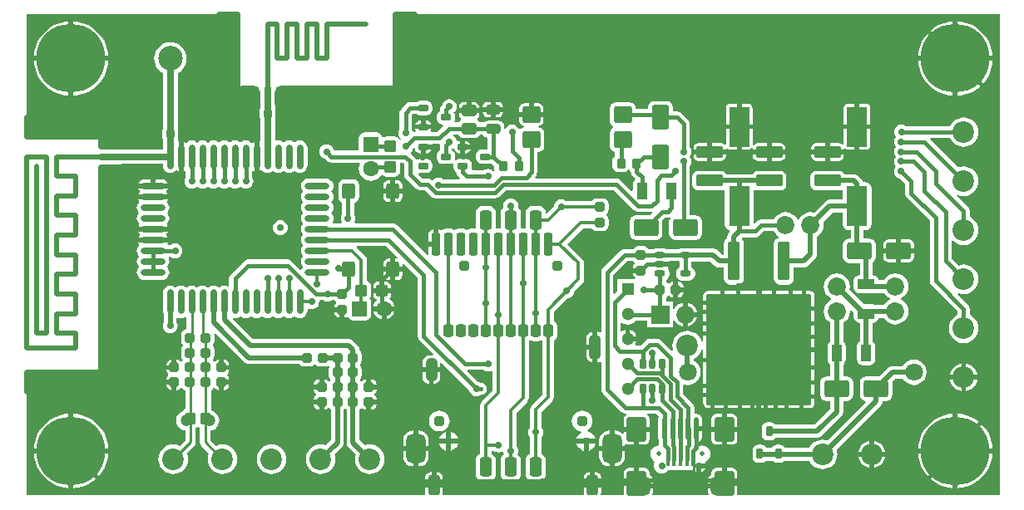
<source format=gtl>
%FSLAX44Y44*%
%MOMM*%
G71*
G01*
G75*
G04 Layer_Physical_Order=1*
G04 Layer_Color=191*
G04:AMPARAMS|DCode=10|XSize=0.7mm|YSize=2.5mm|CornerRadius=0.175mm|HoleSize=0mm|Usage=FLASHONLY|Rotation=0.000|XOffset=0mm|YOffset=0mm|HoleType=Round|Shape=RoundedRectangle|*
%AMROUNDEDRECTD10*
21,1,0.7000,2.1500,0,0,0.0*
21,1,0.3500,2.5000,0,0,0.0*
1,1,0.3500,0.1750,-1.0750*
1,1,0.3500,-0.1750,-1.0750*
1,1,0.3500,-0.1750,1.0750*
1,1,0.3500,0.1750,1.0750*
%
%ADD10ROUNDEDRECTD10*%
G04:AMPARAMS|DCode=11|XSize=2.5mm|YSize=2.5mm|CornerRadius=0.625mm|HoleSize=0mm|Usage=FLASHONLY|Rotation=0.000|XOffset=0mm|YOffset=0mm|HoleType=Round|Shape=RoundedRectangle|*
%AMROUNDEDRECTD11*
21,1,2.5000,1.2500,0,0,0.0*
21,1,1.2500,2.5000,0,0,0.0*
1,1,1.2500,0.6250,-0.6250*
1,1,1.2500,-0.6250,-0.6250*
1,1,1.2500,-0.6250,0.6250*
1,1,1.2500,0.6250,0.6250*
%
%ADD11ROUNDEDRECTD11*%
G04:AMPARAMS|DCode=12|XSize=0.7mm|YSize=2.5mm|CornerRadius=0.175mm|HoleSize=0mm|Usage=FLASHONLY|Rotation=270.000|XOffset=0mm|YOffset=0mm|HoleType=Round|Shape=RoundedRectangle|*
%AMROUNDEDRECTD12*
21,1,0.7000,2.1500,0,0,270.0*
21,1,0.3500,2.5000,0,0,270.0*
1,1,0.3500,-1.0750,-0.1750*
1,1,0.3500,-1.0750,0.1750*
1,1,0.3500,1.0750,0.1750*
1,1,0.3500,1.0750,-0.1750*
%
%ADD12ROUNDEDRECTD12*%
G04:AMPARAMS|DCode=13|XSize=0.8mm|YSize=1mm|CornerRadius=0.2mm|HoleSize=0mm|Usage=FLASHONLY|Rotation=180.000|XOffset=0mm|YOffset=0mm|HoleType=Round|Shape=RoundedRectangle|*
%AMROUNDEDRECTD13*
21,1,0.8000,0.6000,0,0,180.0*
21,1,0.4000,1.0000,0,0,180.0*
1,1,0.4000,-0.2000,0.3000*
1,1,0.4000,0.2000,0.3000*
1,1,0.4000,0.2000,-0.3000*
1,1,0.4000,-0.2000,-0.3000*
%
%ADD13ROUNDEDRECTD13*%
G04:AMPARAMS|DCode=14|XSize=1mm|YSize=2mm|CornerRadius=0.25mm|HoleSize=0mm|Usage=FLASHONLY|Rotation=180.000|XOffset=0mm|YOffset=0mm|HoleType=Round|Shape=RoundedRectangle|*
%AMROUNDEDRECTD14*
21,1,1.0000,1.5000,0,0,180.0*
21,1,0.5000,2.0000,0,0,180.0*
1,1,0.5000,-0.2500,0.7500*
1,1,0.5000,0.2500,0.7500*
1,1,0.5000,0.2500,-0.7500*
1,1,0.5000,-0.2500,-0.7500*
%
%ADD14ROUNDEDRECTD14*%
G04:AMPARAMS|DCode=15|XSize=4.1mm|YSize=2.1mm|CornerRadius=0.1995mm|HoleSize=0mm|Usage=FLASHONLY|Rotation=90.000|XOffset=0mm|YOffset=0mm|HoleType=Round|Shape=RoundedRectangle|*
%AMROUNDEDRECTD15*
21,1,4.1000,1.7010,0,0,90.0*
21,1,3.7010,2.1000,0,0,90.0*
1,1,0.3990,0.8505,1.8505*
1,1,0.3990,0.8505,-1.8505*
1,1,0.3990,-0.8505,-1.8505*
1,1,0.3990,-0.8505,1.8505*
%
%ADD15ROUNDEDRECTD15*%
G04:AMPARAMS|DCode=16|XSize=3.95mm|YSize=1.2mm|CornerRadius=0.198mm|HoleSize=0mm|Usage=FLASHONLY|Rotation=270.000|XOffset=0mm|YOffset=0mm|HoleType=Round|Shape=RoundedRectangle|*
%AMROUNDEDRECTD16*
21,1,3.9500,0.8040,0,0,270.0*
21,1,3.5540,1.2000,0,0,270.0*
1,1,0.3960,-0.4020,-1.7770*
1,1,0.3960,-0.4020,1.7770*
1,1,0.3960,0.4020,1.7770*
1,1,0.3960,0.4020,-1.7770*
%
%ADD16ROUNDEDRECTD16*%
G04:AMPARAMS|DCode=17|XSize=11.3mm|YSize=10.75mm|CornerRadius=0.215mm|HoleSize=0mm|Usage=FLASHONLY|Rotation=270.000|XOffset=0mm|YOffset=0mm|HoleType=Round|Shape=RoundedRectangle|*
%AMROUNDEDRECTD17*
21,1,11.3000,10.3200,0,0,270.0*
21,1,10.8700,10.7500,0,0,270.0*
1,1,0.4300,-5.1600,-5.4350*
1,1,0.4300,-5.1600,5.4350*
1,1,0.4300,5.1600,5.4350*
1,1,0.4300,5.1600,-5.4350*
%
%ADD17ROUNDEDRECTD17*%
G04:AMPARAMS|DCode=18|XSize=1.1mm|YSize=0.7mm|CornerRadius=0.2345mm|HoleSize=0mm|Usage=FLASHONLY|Rotation=270.000|XOffset=0mm|YOffset=0mm|HoleType=Round|Shape=RoundedRectangle|*
%AMROUNDEDRECTD18*
21,1,1.1000,0.2310,0,0,270.0*
21,1,0.6310,0.7000,0,0,270.0*
1,1,0.4690,-0.1155,-0.3155*
1,1,0.4690,-0.1155,0.3155*
1,1,0.4690,0.1155,0.3155*
1,1,0.4690,0.1155,-0.3155*
%
%ADD18ROUNDEDRECTD18*%
G04:AMPARAMS|DCode=19|XSize=1.1mm|YSize=0.6mm|CornerRadius=0.201mm|HoleSize=0mm|Usage=FLASHONLY|Rotation=270.000|XOffset=0mm|YOffset=0mm|HoleType=Round|Shape=RoundedRectangle|*
%AMROUNDEDRECTD19*
21,1,1.1000,0.1980,0,0,270.0*
21,1,0.6980,0.6000,0,0,270.0*
1,1,0.4020,-0.0990,-0.3490*
1,1,0.4020,-0.0990,0.3490*
1,1,0.4020,0.0990,0.3490*
1,1,0.4020,0.0990,-0.3490*
%
%ADD19ROUNDEDRECTD19*%
G04:AMPARAMS|DCode=20|XSize=1.05mm|YSize=0.65mm|CornerRadius=0.2015mm|HoleSize=0mm|Usage=FLASHONLY|Rotation=90.000|XOffset=0mm|YOffset=0mm|HoleType=Round|Shape=RoundedRectangle|*
%AMROUNDEDRECTD20*
21,1,1.0500,0.2470,0,0,90.0*
21,1,0.6470,0.6500,0,0,90.0*
1,1,0.4030,0.1235,0.3235*
1,1,0.4030,0.1235,-0.3235*
1,1,0.4030,-0.1235,-0.3235*
1,1,0.4030,-0.1235,0.3235*
%
%ADD20ROUNDEDRECTD20*%
G04:AMPARAMS|DCode=21|XSize=1.75mm|YSize=1.05mm|CornerRadius=0.1995mm|HoleSize=0mm|Usage=FLASHONLY|Rotation=180.000|XOffset=0mm|YOffset=0mm|HoleType=Round|Shape=RoundedRectangle|*
%AMROUNDEDRECTD21*
21,1,1.7500,0.6510,0,0,180.0*
21,1,1.3510,1.0500,0,0,180.0*
1,1,0.3990,-0.6755,0.3255*
1,1,0.3990,0.6755,0.3255*
1,1,0.3990,0.6755,-0.3255*
1,1,0.3990,-0.6755,-0.3255*
%
%ADD21ROUNDEDRECTD21*%
G04:AMPARAMS|DCode=22|XSize=1.75mm|YSize=1.05mm|CornerRadius=0.1995mm|HoleSize=0mm|Usage=FLASHONLY|Rotation=90.000|XOffset=0mm|YOffset=0mm|HoleType=Round|Shape=RoundedRectangle|*
%AMROUNDEDRECTD22*
21,1,1.7500,0.6510,0,0,90.0*
21,1,1.3510,1.0500,0,0,90.0*
1,1,0.3990,0.3255,0.6755*
1,1,0.3990,0.3255,-0.6755*
1,1,0.3990,-0.3255,-0.6755*
1,1,0.3990,-0.3255,0.6755*
%
%ADD22ROUNDEDRECTD22*%
G04:AMPARAMS|DCode=23|XSize=2.7mm|YSize=1.2mm|CornerRadius=0.21mm|HoleSize=0mm|Usage=FLASHONLY|Rotation=180.000|XOffset=0mm|YOffset=0mm|HoleType=Round|Shape=RoundedRectangle|*
%AMROUNDEDRECTD23*
21,1,2.7000,0.7800,0,0,180.0*
21,1,2.2800,1.2000,0,0,180.0*
1,1,0.4200,-1.1400,0.3900*
1,1,0.4200,1.1400,0.3900*
1,1,0.4200,1.1400,-0.3900*
1,1,0.4200,-1.1400,-0.3900*
%
%ADD23ROUNDEDRECTD23*%
G04:AMPARAMS|DCode=24|XSize=2.5mm|YSize=1.7mm|CornerRadius=0.204mm|HoleSize=0mm|Usage=FLASHONLY|Rotation=0.000|XOffset=0mm|YOffset=0mm|HoleType=Round|Shape=RoundedRectangle|*
%AMROUNDEDRECTD24*
21,1,2.5000,1.2920,0,0,0.0*
21,1,2.0920,1.7000,0,0,0.0*
1,1,0.4080,1.0460,-0.6460*
1,1,0.4080,-1.0460,-0.6460*
1,1,0.4080,-1.0460,0.6460*
1,1,0.4080,1.0460,0.6460*
%
%ADD24ROUNDEDRECTD24*%
G04:AMPARAMS|DCode=25|XSize=1.2mm|YSize=1.2mm|CornerRadius=0.198mm|HoleSize=0mm|Usage=FLASHONLY|Rotation=270.000|XOffset=0mm|YOffset=0mm|HoleType=Round|Shape=RoundedRectangle|*
%AMROUNDEDRECTD25*
21,1,1.2000,0.8040,0,0,270.0*
21,1,0.8040,1.2000,0,0,270.0*
1,1,0.3960,-0.4020,-0.4020*
1,1,0.3960,-0.4020,0.4020*
1,1,0.3960,0.4020,0.4020*
1,1,0.3960,0.4020,-0.4020*
%
%ADD25ROUNDEDRECTD25*%
G04:AMPARAMS|DCode=26|XSize=1.2mm|YSize=1.2mm|CornerRadius=0.198mm|HoleSize=0mm|Usage=FLASHONLY|Rotation=0.000|XOffset=0mm|YOffset=0mm|HoleType=Round|Shape=RoundedRectangle|*
%AMROUNDEDRECTD26*
21,1,1.2000,0.8040,0,0,0.0*
21,1,0.8040,1.2000,0,0,0.0*
1,1,0.3960,0.4020,-0.4020*
1,1,0.3960,-0.4020,-0.4020*
1,1,0.3960,-0.4020,0.4020*
1,1,0.3960,0.4020,0.4020*
%
%ADD26ROUNDEDRECTD26*%
G04:AMPARAMS|DCode=27|XSize=2.5mm|YSize=2mm|CornerRadius=0.2mm|HoleSize=0mm|Usage=FLASHONLY|Rotation=90.000|XOffset=0mm|YOffset=0mm|HoleType=Round|Shape=RoundedRectangle|*
%AMROUNDEDRECTD27*
21,1,2.5000,1.6000,0,0,90.0*
21,1,2.1000,2.0000,0,0,90.0*
1,1,0.4000,0.8000,1.0500*
1,1,0.4000,0.8000,-1.0500*
1,1,0.4000,-0.8000,-1.0500*
1,1,0.4000,-0.8000,1.0500*
%
%ADD27ROUNDEDRECTD27*%
G04:AMPARAMS|DCode=28|XSize=2.3mm|YSize=0.5mm|CornerRadius=0.2mm|HoleSize=0mm|Usage=FLASHONLY|Rotation=90.000|XOffset=0mm|YOffset=0mm|HoleType=Round|Shape=RoundedRectangle|*
%AMROUNDEDRECTD28*
21,1,2.3000,0.1000,0,0,90.0*
21,1,1.9000,0.5000,0,0,90.0*
1,1,0.4000,0.0500,0.9500*
1,1,0.4000,0.0500,-0.9500*
1,1,0.4000,-0.0500,-0.9500*
1,1,0.4000,-0.0500,0.9500*
%
%ADD28ROUNDEDRECTD28*%
G04:AMPARAMS|DCode=29|XSize=1mm|YSize=0.95mm|CornerRadius=0.1995mm|HoleSize=0mm|Usage=FLASHONLY|Rotation=90.000|XOffset=0mm|YOffset=0mm|HoleType=Round|Shape=RoundedRectangle|*
%AMROUNDEDRECTD29*
21,1,1.0000,0.5510,0,0,90.0*
21,1,0.6010,0.9500,0,0,90.0*
1,1,0.3990,0.2755,0.3005*
1,1,0.3990,0.2755,-0.3005*
1,1,0.3990,-0.2755,-0.3005*
1,1,0.3990,-0.2755,0.3005*
%
%ADD29ROUNDEDRECTD29*%
G04:AMPARAMS|DCode=30|XSize=1.1mm|YSize=0.6mm|CornerRadius=0.201mm|HoleSize=0mm|Usage=FLASHONLY|Rotation=0.000|XOffset=0mm|YOffset=0mm|HoleType=Round|Shape=RoundedRectangle|*
%AMROUNDEDRECTD30*
21,1,1.1000,0.1980,0,0,0.0*
21,1,0.6980,0.6000,0,0,0.0*
1,1,0.4020,0.3490,-0.0990*
1,1,0.4020,-0.3490,-0.0990*
1,1,0.4020,-0.3490,0.0990*
1,1,0.4020,0.3490,0.0990*
%
%ADD30ROUNDEDRECTD30*%
G04:AMPARAMS|DCode=31|XSize=1mm|YSize=0.95mm|CornerRadius=0.1995mm|HoleSize=0mm|Usage=FLASHONLY|Rotation=0.000|XOffset=0mm|YOffset=0mm|HoleType=Round|Shape=RoundedRectangle|*
%AMROUNDEDRECTD31*
21,1,1.0000,0.5510,0,0,0.0*
21,1,0.6010,0.9500,0,0,0.0*
1,1,0.3990,0.3005,-0.2755*
1,1,0.3990,-0.3005,-0.2755*
1,1,0.3990,-0.3005,0.2755*
1,1,0.3990,0.3005,0.2755*
%
%ADD31ROUNDEDRECTD31*%
%ADD32O,2.5000X0.7000*%
%ADD33O,0.7000X2.5000*%
G04:AMPARAMS|DCode=34|XSize=1.6mm|YSize=1.3mm|CornerRadius=0.2015mm|HoleSize=0mm|Usage=FLASHONLY|Rotation=270.000|XOffset=0mm|YOffset=0mm|HoleType=Round|Shape=RoundedRectangle|*
%AMROUNDEDRECTD34*
21,1,1.6000,0.8970,0,0,270.0*
21,1,1.1970,1.3000,0,0,270.0*
1,1,0.4030,-0.4485,-0.5985*
1,1,0.4030,-0.4485,0.5985*
1,1,0.4030,0.4485,0.5985*
1,1,0.4030,0.4485,-0.5985*
%
%ADD34ROUNDEDRECTD34*%
G04:AMPARAMS|DCode=35|XSize=2.5mm|YSize=1.15mm|CornerRadius=0.3852mm|HoleSize=0mm|Usage=FLASHONLY|Rotation=90.000|XOffset=0mm|YOffset=0mm|HoleType=Round|Shape=RoundedRectangle|*
%AMROUNDEDRECTD35*
21,1,2.5000,0.3795,0,0,90.0*
21,1,1.7295,1.1500,0,0,90.0*
1,1,0.7705,0.1898,0.8648*
1,1,0.7705,0.1898,-0.8648*
1,1,0.7705,-0.1898,-0.8648*
1,1,0.7705,-0.1898,0.8648*
%
%ADD35ROUNDEDRECTD35*%
G04:AMPARAMS|DCode=36|XSize=1.3mm|YSize=1mm|CornerRadius=0.25mm|HoleSize=0mm|Usage=FLASHONLY|Rotation=90.000|XOffset=0mm|YOffset=0mm|HoleType=Round|Shape=RoundedRectangle|*
%AMROUNDEDRECTD36*
21,1,1.3000,0.5000,0,0,90.0*
21,1,0.8000,1.0000,0,0,90.0*
1,1,0.5000,0.2500,0.4000*
1,1,0.5000,0.2500,-0.4000*
1,1,0.5000,-0.2500,-0.4000*
1,1,0.5000,-0.2500,0.4000*
%
%ADD36ROUNDEDRECTD36*%
G04:AMPARAMS|DCode=37|XSize=2.35mm|YSize=1.15mm|CornerRadius=0.3852mm|HoleSize=0mm|Usage=FLASHONLY|Rotation=90.000|XOffset=0mm|YOffset=0mm|HoleType=Round|Shape=RoundedRectangle|*
%AMROUNDEDRECTD37*
21,1,2.3500,0.3795,0,0,90.0*
21,1,1.5795,1.1500,0,0,90.0*
1,1,0.7705,0.1898,0.7897*
1,1,0.7705,0.1898,-0.7897*
1,1,0.7705,-0.1898,-0.7897*
1,1,0.7705,-0.1898,0.7897*
%
%ADD37ROUNDEDRECTD37*%
%ADD38R,0.4000X1.4000*%
G04:AMPARAMS|DCode=39|XSize=1.8mm|YSize=1.9mm|CornerRadius=0.45mm|HoleSize=0mm|Usage=FLASHONLY|Rotation=0.000|XOffset=0mm|YOffset=0mm|HoleType=Round|Shape=RoundedRectangle|*
%AMROUNDEDRECTD39*
21,1,1.8000,1.0000,0,0,0.0*
21,1,0.9000,1.9000,0,0,0.0*
1,1,0.9000,0.4500,-0.5000*
1,1,0.9000,-0.4500,-0.5000*
1,1,0.9000,-0.4500,0.5000*
1,1,0.9000,0.4500,0.5000*
%
%ADD39ROUNDEDRECTD39*%
G04:AMPARAMS|DCode=40|XSize=2.5mm|YSize=1.7mm|CornerRadius=0.204mm|HoleSize=0mm|Usage=FLASHONLY|Rotation=90.000|XOffset=0mm|YOffset=0mm|HoleType=Round|Shape=RoundedRectangle|*
%AMROUNDEDRECTD40*
21,1,2.5000,1.2920,0,0,90.0*
21,1,2.0920,1.7000,0,0,90.0*
1,1,0.4080,0.6460,1.0460*
1,1,0.4080,0.6460,-1.0460*
1,1,0.4080,-0.6460,-1.0460*
1,1,0.4080,-0.6460,1.0460*
%
%ADD40ROUNDEDRECTD40*%
G04:AMPARAMS|DCode=41|XSize=1.8mm|YSize=1.7mm|CornerRadius=0.204mm|HoleSize=0mm|Usage=FLASHONLY|Rotation=180.000|XOffset=0mm|YOffset=0mm|HoleType=Round|Shape=RoundedRectangle|*
%AMROUNDEDRECTD41*
21,1,1.8000,1.2920,0,0,180.0*
21,1,1.3920,1.7000,0,0,180.0*
1,1,0.4080,-0.6960,0.6460*
1,1,0.4080,0.6960,0.6460*
1,1,0.4080,0.6960,-0.6460*
1,1,0.4080,-0.6960,-0.6460*
%
%ADD41ROUNDEDRECTD41*%
G04:AMPARAMS|DCode=42|XSize=1mm|YSize=1.2mm|CornerRadius=0.165mm|HoleSize=0mm|Usage=FLASHONLY|Rotation=0.000|XOffset=0mm|YOffset=0mm|HoleType=Round|Shape=RoundedRectangle|*
%AMROUNDEDRECTD42*
21,1,1.0000,0.8700,0,0,0.0*
21,1,0.6700,1.2000,0,0,0.0*
1,1,0.3300,0.3350,-0.4350*
1,1,0.3300,-0.3350,-0.4350*
1,1,0.3300,-0.3350,0.4350*
1,1,0.3300,0.3350,0.4350*
%
%ADD42ROUNDEDRECTD42*%
G04:AMPARAMS|DCode=43|XSize=3mm|YSize=2mm|CornerRadius=0.67mm|HoleSize=0mm|Usage=FLASHONLY|Rotation=90.000|XOffset=0mm|YOffset=0mm|HoleType=Round|Shape=RoundedRectangle|*
%AMROUNDEDRECTD43*
21,1,3.0000,0.6600,0,0,90.0*
21,1,1.6600,2.0000,0,0,90.0*
1,1,1.3400,0.3300,0.8300*
1,1,1.3400,0.3300,-0.8300*
1,1,1.3400,-0.3300,-0.8300*
1,1,1.3400,-0.3300,0.8300*
%
%ADD43ROUNDEDRECTD43*%
G04:AMPARAMS|DCode=44|XSize=2.3mm|YSize=0.9mm|CornerRadius=0.225mm|HoleSize=0mm|Usage=FLASHONLY|Rotation=90.000|XOffset=0mm|YOffset=0mm|HoleType=Round|Shape=RoundedRectangle|*
%AMROUNDEDRECTD44*
21,1,2.3000,0.4500,0,0,90.0*
21,1,1.8500,0.9000,0,0,90.0*
1,1,0.4500,0.2250,0.9250*
1,1,0.4500,0.2250,-0.9250*
1,1,0.4500,-0.2250,-0.9250*
1,1,0.4500,-0.2250,0.9250*
%
%ADD44ROUNDEDRECTD44*%
G04:AMPARAMS|DCode=45|XSize=1.2mm|YSize=2mm|CornerRadius=0.3mm|HoleSize=0mm|Usage=FLASHONLY|Rotation=180.000|XOffset=0mm|YOffset=0mm|HoleType=Round|Shape=RoundedRectangle|*
%AMROUNDEDRECTD45*
21,1,1.2000,1.4000,0,0,180.0*
21,1,0.6000,2.0000,0,0,180.0*
1,1,0.6000,-0.3000,0.7000*
1,1,0.6000,0.3000,0.7000*
1,1,0.6000,0.3000,-0.7000*
1,1,0.6000,-0.3000,-0.7000*
%
%ADD45ROUNDEDRECTD45*%
G04:AMPARAMS|DCode=46|XSize=1.05mm|YSize=0.65mm|CornerRadius=0.2015mm|HoleSize=0mm|Usage=FLASHONLY|Rotation=0.000|XOffset=0mm|YOffset=0mm|HoleType=Round|Shape=RoundedRectangle|*
%AMROUNDEDRECTD46*
21,1,1.0500,0.2470,0,0,0.0*
21,1,0.6470,0.6500,0,0,0.0*
1,1,0.4030,0.3235,-0.1235*
1,1,0.4030,-0.3235,-0.1235*
1,1,0.4030,-0.3235,0.1235*
1,1,0.4030,0.3235,0.1235*
%
%ADD46ROUNDEDRECTD46*%
G04:AMPARAMS|DCode=47|XSize=1mm|YSize=0.9mm|CornerRadius=0.198mm|HoleSize=0mm|Usage=FLASHONLY|Rotation=270.000|XOffset=0mm|YOffset=0mm|HoleType=Round|Shape=RoundedRectangle|*
%AMROUNDEDRECTD47*
21,1,1.0000,0.5040,0,0,270.0*
21,1,0.6040,0.9000,0,0,270.0*
1,1,0.3960,-0.2520,-0.3020*
1,1,0.3960,-0.2520,0.3020*
1,1,0.3960,0.2520,0.3020*
1,1,0.3960,0.2520,-0.3020*
%
%ADD47ROUNDEDRECTD47*%
G04:AMPARAMS|DCode=48|XSize=1.45mm|YSize=0.95mm|CornerRadius=0.1995mm|HoleSize=0mm|Usage=FLASHONLY|Rotation=180.000|XOffset=0mm|YOffset=0mm|HoleType=Round|Shape=RoundedRectangle|*
%AMROUNDEDRECTD48*
21,1,1.4500,0.5510,0,0,180.0*
21,1,1.0510,0.9500,0,0,180.0*
1,1,0.3990,-0.5255,0.2755*
1,1,0.3990,0.5255,0.2755*
1,1,0.3990,0.5255,-0.2755*
1,1,0.3990,-0.5255,-0.2755*
%
%ADD48ROUNDEDRECTD48*%
G04:AMPARAMS|DCode=49|XSize=1.45mm|YSize=1.15mm|CornerRadius=0.2013mm|HoleSize=0mm|Usage=FLASHONLY|Rotation=180.000|XOffset=0mm|YOffset=0mm|HoleType=Round|Shape=RoundedRectangle|*
%AMROUNDEDRECTD49*
21,1,1.4500,0.7475,0,0,180.0*
21,1,1.0475,1.1500,0,0,180.0*
1,1,0.4025,-0.5238,0.3738*
1,1,0.4025,0.5238,0.3738*
1,1,0.4025,0.5238,-0.3738*
1,1,0.4025,-0.5238,-0.3738*
%
%ADD49ROUNDEDRECTD49*%
%ADD50C,0.3500*%
%ADD51C,0.4000*%
%ADD52C,0.5000*%
%ADD53C,0.7000*%
%ADD54C,0.2500*%
%ADD55C,2.2000*%
%ADD56C,7.0000*%
%ADD57C,2.5000*%
%ADD58C,1.8000*%
%ADD59C,1.8500*%
%ADD60C,1.6000*%
G04:AMPARAMS|DCode=61|XSize=1.6mm|YSize=1.6mm|CornerRadius=0.2mm|HoleSize=0mm|Usage=FLASHONLY|Rotation=270.000|XOffset=0mm|YOffset=0mm|HoleType=Round|Shape=RoundedRectangle|*
%AMROUNDEDRECTD61*
21,1,1.6000,1.2000,0,0,270.0*
21,1,1.2000,1.6000,0,0,270.0*
1,1,0.4000,-0.6000,-0.6000*
1,1,0.4000,-0.6000,0.6000*
1,1,0.4000,0.6000,0.6000*
1,1,0.4000,0.6000,-0.6000*
%
%ADD61ROUNDEDRECTD61*%
G04:AMPARAMS|DCode=62|XSize=1.6mm|YSize=1.6mm|CornerRadius=0.2mm|HoleSize=0mm|Usage=FLASHONLY|Rotation=0.000|XOffset=0mm|YOffset=0mm|HoleType=Round|Shape=RoundedRectangle|*
%AMROUNDEDRECTD62*
21,1,1.6000,1.2000,0,0,0.0*
21,1,1.2000,1.6000,0,0,0.0*
1,1,0.4000,0.6000,-0.6000*
1,1,0.4000,-0.6000,-0.6000*
1,1,0.4000,-0.6000,0.6000*
1,1,0.4000,0.6000,0.6000*
%
%ADD62ROUNDEDRECTD62*%
%ADD63C,0.5000*%
%ADD64R,1.8500X1.8500*%
%ADD65R,1.3000X1.3000*%
%ADD66C,1.3000*%
G04:AMPARAMS|DCode=67|XSize=1.15mm|YSize=2.1mm|CornerRadius=0.2875mm|HoleSize=0mm|Usage=FLASHONLY|Rotation=0.000|XOffset=0mm|YOffset=0mm|HoleType=Round|Shape=RoundedRectangle|*
%AMROUNDEDRECTD67*
21,1,1.1500,1.5250,0,0,0.0*
21,1,0.5750,2.1000,0,0,0.0*
1,1,0.5750,0.2875,-0.7625*
1,1,0.5750,-0.2875,-0.7625*
1,1,0.5750,-0.2875,0.7625*
1,1,0.5750,0.2875,0.7625*
%
%ADD67ROUNDEDRECTD67*%
%ADD68C,0.7000*%
%ADD69C,1.2000*%
G04:AMPARAMS|DCode=70|XSize=0.7mm|YSize=0.7mm|CornerRadius=0.175mm|HoleSize=0mm|Usage=FLASHONLY|Rotation=0.000|XOffset=0mm|YOffset=0mm|HoleType=Round|Shape=RoundedRectangle|*
%AMROUNDEDRECTD70*
21,1,0.7000,0.3500,0,0,0.0*
21,1,0.3500,0.7000,0,0,0.0*
1,1,0.3500,0.1750,-0.1750*
1,1,0.3500,-0.1750,-0.1750*
1,1,0.3500,-0.1750,0.1750*
1,1,0.3500,0.1750,0.1750*
%
%ADD70ROUNDEDRECTD70*%
G04:AMPARAMS|DCode=71|XSize=1mm|YSize=1mm|CornerRadius=0.25mm|HoleSize=0mm|Usage=FLASHONLY|Rotation=90.000|XOffset=0mm|YOffset=0mm|HoleType=Round|Shape=RoundedRectangle|*
%AMROUNDEDRECTD71*
21,1,1.0000,0.5000,0,0,90.0*
21,1,0.5000,1.0000,0,0,90.0*
1,1,0.5000,0.2500,0.2500*
1,1,0.5000,0.2500,-0.2500*
1,1,0.5000,-0.2500,-0.2500*
1,1,0.5000,-0.2500,0.2500*
%
%ADD71ROUNDEDRECTD71*%
G36*
X995412Y4588D02*
X728467D01*
X727662Y5570D01*
X727847Y6500D01*
Y14500D01*
X714749D01*
Y17000D01*
X712249D01*
Y32598D01*
X706749D01*
X704798Y32210D01*
X703144Y31105D01*
X702039Y29451D01*
X701651Y27500D01*
Y25809D01*
X700400Y24849D01*
X699198Y23282D01*
X698442Y21458D01*
X698184Y19500D01*
Y17000D01*
X710249D01*
Y12000D01*
X698184D01*
Y9500D01*
X698442Y7542D01*
X699139Y5858D01*
X698751Y4811D01*
X698641Y4588D01*
X641857D01*
X641747Y4811D01*
X641358Y5858D01*
X642056Y7542D01*
X642314Y9500D01*
Y12000D01*
X630249D01*
Y17000D01*
X642314D01*
Y19500D01*
X642056Y21458D01*
X641300Y23282D01*
X640098Y24849D01*
X638847Y25809D01*
Y27500D01*
X638459Y29451D01*
X637354Y31105D01*
X635700Y32210D01*
X633749Y32598D01*
X628249D01*
Y17000D01*
X625749D01*
Y14500D01*
X612651D01*
Y6500D01*
X612836Y5570D01*
X612030Y4588D01*
X590190D01*
X589263Y5858D01*
X589565Y7375D01*
Y12500D01*
X571835D01*
Y7375D01*
X572137Y5858D01*
X571210Y4588D01*
X428790D01*
X427863Y5858D01*
X428165Y7375D01*
Y12500D01*
X410435D01*
Y7375D01*
X410737Y5858D01*
X409810Y4588D01*
X4588D01*
Y120000D01*
X89955D01*
Y342387D01*
X100750D01*
X100991Y342435D01*
X143435D01*
Y341000D01*
X143693Y339042D01*
X144449Y337218D01*
X145651Y335651D01*
X147218Y334449D01*
X149042Y333693D01*
X151000Y333435D01*
X152958Y333693D01*
X154782Y334449D01*
X156349Y335651D01*
X156390Y335704D01*
X158077Y335817D01*
X158722Y335322D01*
X159500Y335000D01*
Y350000D01*
Y365362D01*
X158565Y365987D01*
Y367528D01*
X158652Y367659D01*
X159118Y370000D01*
Y376000D01*
X158652Y378341D01*
X158565Y378472D01*
Y435334D01*
X160211Y436214D01*
X162724Y438276D01*
X164786Y440789D01*
X166318Y443655D01*
X167261Y446765D01*
X167580Y450000D01*
X167261Y453235D01*
X166318Y456345D01*
X164786Y459211D01*
X162724Y461724D01*
X160211Y463786D01*
X157345Y465318D01*
X154235Y466261D01*
X151000Y466580D01*
X147765Y466261D01*
X144655Y465318D01*
X141789Y463786D01*
X139276Y461724D01*
X137214Y459211D01*
X135682Y456345D01*
X134739Y453235D01*
X134420Y450000D01*
X134739Y446765D01*
X135682Y443655D01*
X137214Y440789D01*
X139276Y438276D01*
X141789Y436214D01*
X143435Y435334D01*
Y378471D01*
X143348Y378341D01*
X142883Y376000D01*
Y370000D01*
X143348Y367659D01*
X143435Y367528D01*
Y359001D01*
X143435Y359000D01*
Y357565D01*
X100991D01*
X100750Y357613D01*
X89955D01*
Y379955D01*
X90000Y380000D01*
X4588D01*
Y495412D01*
X210000D01*
Y415022D01*
X242387D01*
Y399400D01*
X242348Y399341D01*
X241882Y397000D01*
Y391000D01*
X242348Y388659D01*
X242435Y388528D01*
Y365987D01*
X241500Y365362D01*
Y350000D01*
Y335000D01*
X242278Y335322D01*
X242923Y335817D01*
X244610Y335704D01*
X244651Y335651D01*
X246218Y334449D01*
X248042Y333693D01*
X250000Y333435D01*
X251958Y333693D01*
X253782Y334449D01*
X254531Y335024D01*
X255500Y335566D01*
X256468Y335024D01*
X257218Y334449D01*
X259042Y333693D01*
X261000Y333435D01*
X262958Y333693D01*
X264782Y334449D01*
X265531Y335024D01*
X266500Y335566D01*
X267468Y335024D01*
X268218Y334449D01*
X270042Y333693D01*
X272000Y333435D01*
X273958Y333693D01*
X275782Y334449D01*
X276532Y335024D01*
X277500Y335566D01*
X278468Y335024D01*
X279218Y334449D01*
X281042Y333693D01*
X283000Y333435D01*
X284958Y333693D01*
X286782Y334449D01*
X288349Y335651D01*
X289551Y337218D01*
X290307Y339042D01*
X290565Y341000D01*
Y359000D01*
X290307Y360958D01*
X289551Y362782D01*
X288349Y364349D01*
X286782Y365551D01*
X284958Y366307D01*
X283000Y366565D01*
X281042Y366307D01*
X279218Y365551D01*
X278468Y364976D01*
X277500Y364434D01*
X276532Y364976D01*
X275782Y365551D01*
X273958Y366307D01*
X272000Y366565D01*
X270042Y366307D01*
X268218Y365551D01*
X267468Y364976D01*
X266500Y364434D01*
X265531Y364976D01*
X264782Y365551D01*
X262958Y366307D01*
X261000Y366565D01*
X259042Y366307D01*
X258621Y366133D01*
X257565Y366838D01*
Y388529D01*
X257652Y388659D01*
X258118Y391000D01*
Y397000D01*
X257652Y399341D01*
X257613Y399400D01*
Y415022D01*
X390482D01*
X390527Y415067D01*
Y495412D01*
X995412D01*
Y4588D01*
D02*
G37*
%LPC*%
G36*
X302500Y123098D02*
X302245D01*
X300296Y122710D01*
X298644Y121606D01*
X297540Y119954D01*
X297152Y118005D01*
Y117500D01*
X302500D01*
Y123098D01*
D02*
G37*
G36*
X210848Y117500D02*
X205500D01*
Y111902D01*
X205755D01*
X207704Y112290D01*
X209356Y113394D01*
X210460Y115046D01*
X210848Y116995D01*
Y117500D01*
D02*
G37*
G36*
X907750Y143362D02*
X904356Y142915D01*
X901194Y141606D01*
X898478Y139522D01*
X896395Y136806D01*
X896291Y136556D01*
X885863D01*
X884166Y136333D01*
X883511Y136061D01*
X882585Y135678D01*
X881227Y134636D01*
X872710Y126118D01*
X858903D01*
X856546Y125649D01*
X854548Y124315D01*
X853213Y122317D01*
X852745Y119960D01*
Y107040D01*
X853213Y104683D01*
X854548Y102685D01*
X856546Y101350D01*
X858412Y100979D01*
X858916Y99688D01*
X819913Y60685D01*
X817941Y61283D01*
X815000Y61573D01*
X812060Y61283D01*
X809232Y60425D01*
X806626Y59032D01*
X804342Y57158D01*
X802468Y54874D01*
X801496Y53056D01*
X776584D01*
X775572Y54571D01*
X773582Y55901D01*
X771235Y56367D01*
X768765D01*
X766418Y55901D01*
X764428Y54571D01*
X763416Y53056D01*
X757584D01*
X756572Y54571D01*
X754582Y55901D01*
X752235Y56367D01*
X749765D01*
X747418Y55901D01*
X745428Y54571D01*
X744099Y52581D01*
X743632Y50234D01*
Y43765D01*
X744099Y41417D01*
X745428Y39428D01*
X747418Y38098D01*
X749765Y37632D01*
X752235D01*
X754582Y38098D01*
X756572Y39428D01*
X756917Y39944D01*
X764084D01*
X764428Y39428D01*
X766418Y38098D01*
X768765Y37632D01*
X771235D01*
X773582Y38098D01*
X775572Y39428D01*
X775917Y39944D01*
X801496D01*
X802468Y38126D01*
X804342Y35842D01*
X806626Y33968D01*
X809232Y32575D01*
X812060Y31717D01*
X815000Y31427D01*
X817941Y31717D01*
X820768Y32575D01*
X823374Y33968D01*
X825658Y35842D01*
X827533Y38126D01*
X828925Y40732D01*
X829783Y43559D01*
X830073Y46500D01*
X829783Y49440D01*
X829185Y51413D01*
X873999Y96227D01*
X874520Y96906D01*
X875041Y97585D01*
X875695Y99166D01*
X875919Y100863D01*
Y100882D01*
X879823D01*
X882179Y101350D01*
X884177Y102685D01*
X885512Y104683D01*
X885981Y107040D01*
Y119960D01*
X885834Y120700D01*
X888578Y123444D01*
X896586D01*
X898478Y120978D01*
X901194Y118895D01*
X904356Y117585D01*
X907750Y117138D01*
X911144Y117585D01*
X914306Y118895D01*
X917022Y120978D01*
X919106Y123694D01*
X920415Y126856D01*
X920862Y130250D01*
X920415Y133644D01*
X919106Y136806D01*
X917022Y139522D01*
X914306Y141606D01*
X911144Y142915D01*
X907750Y143362D01*
D02*
G37*
G36*
X425509Y130300D02*
X419200D01*
Y118070D01*
X420386Y118226D01*
X422053Y118917D01*
X423485Y120015D01*
X424583Y121447D01*
X425274Y123114D01*
X425509Y124902D01*
Y130300D01*
D02*
G37*
G36*
X956000Y138792D02*
X954845Y138640D01*
X951440Y137229D01*
X948515Y134985D01*
X946271Y132060D01*
X944860Y128655D01*
X944708Y127500D01*
X956000D01*
Y138792D01*
D02*
G37*
G36*
X355755Y123098D02*
X355500D01*
Y117500D01*
X360848D01*
Y118005D01*
X360460Y119954D01*
X359356Y121606D01*
X357704Y122710D01*
X355755Y123098D01*
D02*
G37*
G36*
X414200Y130300D02*
X407891D01*
Y124902D01*
X408126Y123114D01*
X408817Y121447D01*
X409915Y120015D01*
X411347Y118917D01*
X413014Y118226D01*
X414200Y118070D01*
Y130300D01*
D02*
G37*
G36*
X302500Y97500D02*
X297152D01*
Y96995D01*
X297540Y95046D01*
X298644Y93394D01*
X300296Y92290D01*
X302245Y91902D01*
X302500D01*
Y97500D01*
D02*
G37*
G36*
X360848D02*
X355500D01*
Y91902D01*
X355755D01*
X357704Y92290D01*
X359356Y93394D01*
X360460Y95046D01*
X360848Y96995D01*
Y97500D01*
D02*
G37*
G36*
X712249Y87598D02*
X706749D01*
X704798Y87210D01*
X703144Y86105D01*
X702039Y84451D01*
X701651Y82500D01*
Y74500D01*
X712249D01*
Y87598D01*
D02*
G37*
G36*
X722749D02*
X717249D01*
Y74500D01*
X727847D01*
Y82500D01*
X727459Y84451D01*
X726354Y86105D01*
X724700Y87210D01*
X722749Y87598D01*
D02*
G37*
G36*
X972292Y122500D02*
X961000D01*
Y111208D01*
X962155Y111360D01*
X965560Y112771D01*
X968485Y115015D01*
X970729Y117940D01*
X972140Y121345D01*
X972292Y122500D01*
D02*
G37*
G36*
X152500Y117500D02*
X147152D01*
Y116995D01*
X147540Y115046D01*
X148644Y113394D01*
X150296Y112290D01*
X152245Y111902D01*
X152500D01*
Y117500D01*
D02*
G37*
G36*
X806851Y151000D02*
X752500D01*
Y93899D01*
X801600D01*
X803609Y94299D01*
X805313Y95437D01*
X806451Y97141D01*
X806851Y99150D01*
Y151000D01*
D02*
G37*
G36*
X956000Y122500D02*
X944708D01*
X944860Y121345D01*
X946271Y117940D01*
X948515Y115015D01*
X951440Y112771D01*
X954845Y111360D01*
X956000Y111208D01*
Y122500D01*
D02*
G37*
G36*
X961000Y138792D02*
Y127500D01*
X972292D01*
X972140Y128655D01*
X970729Y132060D01*
X968485Y134985D01*
X965560Y137229D01*
X962155Y138640D01*
X961000Y138792D01*
D02*
G37*
G36*
X677450Y201027D02*
Y191500D01*
X686977D01*
X686885Y192198D01*
X685650Y195178D01*
X683687Y197737D01*
X681128Y199700D01*
X678148Y200935D01*
X677450Y201027D01*
D02*
G37*
G36*
X375597Y211122D02*
X357402D01*
Y209602D01*
X357789Y207659D01*
X358890Y206011D01*
X360537Y204911D01*
X361111Y204796D01*
X361428Y203439D01*
X360655Y202845D01*
X358891Y200547D01*
X357783Y197872D01*
X357734Y197500D01*
X379266D01*
X379217Y197872D01*
X378108Y200547D01*
X376345Y202845D01*
X374164Y204519D01*
X373931Y205671D01*
X373910Y205878D01*
X374110Y206011D01*
X375211Y207659D01*
X375597Y209602D01*
Y211122D01*
D02*
G37*
G36*
X379266Y192500D02*
X371000D01*
Y184234D01*
X371372Y184283D01*
X374047Y185392D01*
X376345Y187155D01*
X378108Y189453D01*
X379217Y192128D01*
X379266Y192500D01*
D02*
G37*
G36*
X323500Y191500D02*
X317902D01*
Y191245D01*
X318290Y189296D01*
X319394Y187644D01*
X321046Y186540D01*
X322995Y186152D01*
X323500D01*
Y191500D01*
D02*
G37*
G36*
X364000Y222719D02*
X362480D01*
X360537Y222333D01*
X358890Y221232D01*
X357789Y219585D01*
X357402Y217642D01*
Y216122D01*
X364000D01*
Y222719D01*
D02*
G37*
G36*
X370520D02*
X369000D01*
Y216122D01*
X375597D01*
Y217642D01*
X375211Y219585D01*
X374110Y221232D01*
X372463Y222333D01*
X370520Y222719D01*
D02*
G37*
G36*
X673348Y212000D02*
X668000D01*
Y206402D01*
X668255D01*
X670204Y206790D01*
X671856Y207894D01*
X672960Y209546D01*
X673348Y211495D01*
Y212000D01*
D02*
G37*
G36*
X422175Y28615D02*
X421800D01*
Y17500D01*
X428165D01*
Y22625D01*
X427709Y24917D01*
X426411Y26861D01*
X424467Y28159D01*
X422175Y28615D01*
D02*
G37*
G36*
X580800Y153500D02*
X574491D01*
Y147353D01*
X574726Y145564D01*
X575417Y143897D01*
X576515Y142465D01*
X577947Y141367D01*
X579614Y140676D01*
X580800Y140520D01*
Y153500D01*
D02*
G37*
G36*
X801600Y213101D02*
X752500D01*
Y156000D01*
X806851D01*
Y207850D01*
X806451Y209859D01*
X805313Y211563D01*
X803609Y212701D01*
X801600Y213101D01*
D02*
G37*
G36*
X152500Y143098D02*
X152245D01*
X150296Y142710D01*
X148644Y141606D01*
X147540Y139954D01*
X147152Y138005D01*
Y137500D01*
X152500D01*
Y143098D01*
D02*
G37*
G36*
X205755D02*
X205500D01*
Y137500D01*
X210848D01*
Y138005D01*
X210460Y139954D01*
X209356Y141606D01*
X207704Y142710D01*
X205755Y143098D01*
D02*
G37*
G36*
X686977Y186500D02*
X677450D01*
Y176973D01*
X678148Y177065D01*
X681128Y178300D01*
X683687Y180263D01*
X685650Y182822D01*
X686885Y185802D01*
X686977Y186500D01*
D02*
G37*
G36*
X366000Y192500D02*
X357734D01*
X357783Y192128D01*
X358891Y189453D01*
X360655Y187155D01*
X362953Y185392D01*
X365628Y184283D01*
X366000Y184234D01*
Y192500D01*
D02*
G37*
G36*
X580800Y171480D02*
X579614Y171324D01*
X577947Y170633D01*
X576515Y169535D01*
X575417Y168103D01*
X574726Y166436D01*
X574491Y164648D01*
Y158500D01*
X580800D01*
Y171480D01*
D02*
G37*
G36*
X619000Y173497D02*
Y166750D01*
X625747D01*
X624798Y169041D01*
X623275Y171025D01*
X621291Y172548D01*
X619000Y173497D01*
D02*
G37*
G36*
X598000Y50100D02*
X587416D01*
Y44300D01*
X587750Y41768D01*
X588727Y39408D01*
X590282Y37382D01*
X592308Y35827D01*
X594668Y34850D01*
X597200Y34516D01*
X598000D01*
Y50100D01*
D02*
G37*
G36*
X613584D02*
X603000D01*
Y34516D01*
X603800D01*
X606332Y34850D01*
X608692Y35827D01*
X610718Y37382D01*
X612273Y39408D01*
X613250Y41768D01*
X613584Y44300D01*
Y50100D01*
D02*
G37*
G36*
X398500D02*
X387916D01*
Y44300D01*
X388250Y41768D01*
X389227Y39408D01*
X390782Y37382D01*
X392808Y35827D01*
X395168Y34850D01*
X397700Y34516D01*
X398500D01*
Y50100D01*
D02*
G37*
G36*
X414084D02*
X403500D01*
Y34516D01*
X404300D01*
X406832Y34850D01*
X409192Y35827D01*
X411218Y37382D01*
X412773Y39408D01*
X413750Y41768D01*
X414084Y44300D01*
Y50100D01*
D02*
G37*
G36*
X431700Y57500D02*
X424443D01*
X424457Y57389D01*
X425465Y54957D01*
X427068Y52868D01*
X429157Y51265D01*
X431590Y50257D01*
X431700Y50243D01*
Y57500D01*
D02*
G37*
G36*
X443957D02*
X436700D01*
Y50243D01*
X436810Y50257D01*
X439243Y51265D01*
X441332Y52868D01*
X442935Y54957D01*
X443943Y57389D01*
X443957Y57500D01*
D02*
G37*
G36*
X862500Y60292D02*
X861345Y60140D01*
X857940Y58729D01*
X855015Y56485D01*
X852771Y53560D01*
X851360Y50155D01*
X851208Y49000D01*
X862500D01*
Y60292D01*
D02*
G37*
G36*
X867500D02*
Y49000D01*
X878792D01*
X878640Y50155D01*
X877229Y53560D01*
X874985Y56485D01*
X872060Y58729D01*
X868655Y60140D01*
X867500Y60292D01*
D02*
G37*
G36*
X623249Y32598D02*
X617749D01*
X615798Y32210D01*
X614144Y31105D01*
X613039Y29451D01*
X612651Y27500D01*
Y19500D01*
X623249D01*
Y32598D01*
D02*
G37*
G36*
X722749D02*
X717249D01*
Y19500D01*
X727847D01*
Y27500D01*
X727459Y29451D01*
X726354Y31105D01*
X724700Y32210D01*
X722749Y32598D01*
D02*
G37*
G36*
X578200Y28615D02*
X577825D01*
X575533Y28159D01*
X573589Y26861D01*
X572291Y24917D01*
X571835Y22625D01*
Y17500D01*
X578200D01*
Y28615D01*
D02*
G37*
G36*
X583575D02*
X583200D01*
Y17500D01*
X589565D01*
Y22625D01*
X589109Y24917D01*
X587811Y26861D01*
X585867Y28159D01*
X583575Y28615D01*
D02*
G37*
G36*
X862500Y44000D02*
X851208D01*
X851360Y42845D01*
X852771Y39440D01*
X855015Y36515D01*
X857940Y34271D01*
X861345Y32860D01*
X862500Y32708D01*
Y44000D01*
D02*
G37*
G36*
X878792D02*
X867500D01*
Y32708D01*
X868655Y32860D01*
X872060Y34271D01*
X874985Y36515D01*
X877229Y39440D01*
X878640Y42845D01*
X878792Y44000D01*
D02*
G37*
G36*
X254000Y56573D02*
X251059Y56283D01*
X248232Y55425D01*
X245626Y54032D01*
X243342Y52158D01*
X241468Y49874D01*
X240075Y47268D01*
X239217Y44440D01*
X238927Y41500D01*
X239217Y38560D01*
X240075Y35732D01*
X241468Y33126D01*
X243342Y30842D01*
X245626Y28968D01*
X248232Y27575D01*
X251059Y26717D01*
X254000Y26428D01*
X256940Y26717D01*
X259768Y27575D01*
X262374Y28968D01*
X264658Y30842D01*
X266532Y33126D01*
X267925Y35732D01*
X268783Y38560D01*
X269073Y41500D01*
X268783Y44440D01*
X267925Y47268D01*
X266532Y49874D01*
X264658Y52158D01*
X262374Y54032D01*
X259768Y55425D01*
X256940Y56283D01*
X254000Y56573D01*
D02*
G37*
G36*
X695790Y32500D02*
X691749D01*
Y28459D01*
X692779Y28886D01*
X694241Y30008D01*
X695363Y31470D01*
X695790Y32500D01*
D02*
G37*
G36*
X571700Y57500D02*
X564443D01*
X564457Y57389D01*
X565465Y54957D01*
X567068Y52868D01*
X569157Y51265D01*
X571590Y50257D01*
X571700Y50243D01*
Y57500D01*
D02*
G37*
G36*
X712249Y69500D02*
X701651D01*
Y61500D01*
X702039Y59549D01*
X703144Y57895D01*
X704798Y56790D01*
X706749Y56402D01*
X712249D01*
Y69500D01*
D02*
G37*
G36*
X727847D02*
X717249D01*
Y56402D01*
X722749D01*
X724700Y56790D01*
X726354Y57895D01*
X727459Y59549D01*
X727847Y61500D01*
Y69500D01*
D02*
G37*
G36*
X603800Y70684D02*
X603000D01*
Y55100D01*
X613584D01*
Y56742D01*
X614854Y57421D01*
X615798Y56790D01*
X617749Y56402D01*
X623249D01*
Y69500D01*
X612651D01*
Y67386D01*
X611381Y66954D01*
X610718Y67818D01*
X608692Y69373D01*
X606332Y70350D01*
X603800Y70684D01*
D02*
G37*
G36*
X638847Y69500D02*
X628249D01*
Y56402D01*
X633749D01*
X635700Y56790D01*
X637354Y57895D01*
X638459Y59549D01*
X638847Y61500D01*
Y69500D01*
D02*
G37*
G36*
X570250Y91091D02*
X567509Y90730D01*
X564955Y89672D01*
X562761Y87989D01*
X561078Y85795D01*
X560020Y83241D01*
X559659Y80500D01*
X560020Y77759D01*
X561078Y75205D01*
X562761Y73011D01*
X564955Y71328D01*
X567509Y70270D01*
X569054Y70067D01*
X569225Y68763D01*
X569157Y68735D01*
X567068Y67132D01*
X565465Y65043D01*
X564457Y62611D01*
X564443Y62500D01*
X583957D01*
X583943Y62611D01*
X582935Y65043D01*
X581332Y67132D01*
X579243Y68735D01*
X576810Y69743D01*
X575464Y69920D01*
X575292Y71224D01*
X575545Y71328D01*
X577739Y73011D01*
X579422Y75205D01*
X580480Y77759D01*
X580841Y80500D01*
X580480Y83241D01*
X579422Y85795D01*
X577739Y87989D01*
X575545Y89672D01*
X572991Y90730D01*
X570250Y91091D01*
D02*
G37*
G36*
X424750D02*
X422009Y90730D01*
X419455Y89672D01*
X417261Y87989D01*
X415578Y85795D01*
X414520Y83241D01*
X414159Y80500D01*
X414520Y77759D01*
X415578Y75205D01*
X417261Y73011D01*
X419455Y71328D01*
X422009Y70270D01*
X424750Y69909D01*
X427491Y70270D01*
X430045Y71328D01*
X432239Y73011D01*
X433922Y75205D01*
X434980Y77759D01*
X435341Y80500D01*
X434980Y83241D01*
X433922Y85795D01*
X432239Y87989D01*
X430045Y89672D01*
X427491Y90730D01*
X424750Y91091D01*
D02*
G37*
G36*
X431700Y69757D02*
X431590Y69743D01*
X429157Y68735D01*
X427068Y67132D01*
X425465Y65043D01*
X424457Y62611D01*
X424443Y62500D01*
X431700D01*
Y69757D01*
D02*
G37*
G36*
X436700D02*
Y62500D01*
X443957D01*
X443943Y62611D01*
X442935Y65043D01*
X441332Y67132D01*
X439243Y68735D01*
X436810Y69743D01*
X436700Y69757D01*
D02*
G37*
G36*
X52500Y87921D02*
Y52500D01*
X87921D01*
X87648Y55963D01*
X86252Y61779D01*
X83963Y67305D01*
X80838Y72405D01*
X76953Y76953D01*
X72405Y80838D01*
X67305Y83963D01*
X61779Y86252D01*
X55963Y87648D01*
X52500Y87921D01*
D02*
G37*
G36*
X947500D02*
X944037Y87648D01*
X938221Y86252D01*
X932695Y83963D01*
X927595Y80838D01*
X923047Y76953D01*
X919163Y72405D01*
X916037Y67305D01*
X913748Y61779D01*
X912352Y55963D01*
X912079Y52500D01*
X947500D01*
Y87921D01*
D02*
G37*
G36*
X583957Y57500D02*
X576700D01*
Y50243D01*
X576810Y50257D01*
X579243Y51265D01*
X581332Y52868D01*
X582935Y54957D01*
X583943Y57389D01*
X583957Y57500D01*
D02*
G37*
G36*
X47500Y87921D02*
X44037Y87648D01*
X38221Y86252D01*
X32695Y83963D01*
X27595Y80838D01*
X23047Y76953D01*
X19162Y72405D01*
X16037Y67305D01*
X13748Y61779D01*
X12352Y55963D01*
X12079Y52500D01*
X47500D01*
Y87921D01*
D02*
G37*
G36*
X404300Y70684D02*
X403500D01*
Y55100D01*
X414084D01*
Y60900D01*
X413750Y63432D01*
X412773Y65792D01*
X411218Y67818D01*
X409192Y69373D01*
X406832Y70350D01*
X404300Y70684D01*
D02*
G37*
G36*
X598000D02*
X597200D01*
X594668Y70350D01*
X592308Y69373D01*
X590282Y67818D01*
X588727Y65792D01*
X587750Y63432D01*
X587416Y60900D01*
Y55100D01*
X598000D01*
Y70684D01*
D02*
G37*
G36*
X952500Y87921D02*
Y52500D01*
X987921D01*
X987648Y55963D01*
X986252Y61779D01*
X983963Y67305D01*
X980838Y72405D01*
X976953Y76953D01*
X972405Y80838D01*
X967305Y83963D01*
X961779Y86252D01*
X955963Y87648D01*
X952500Y87921D01*
D02*
G37*
G36*
X398500Y70684D02*
X397700D01*
X395168Y70350D01*
X392808Y69373D01*
X390782Y67818D01*
X389227Y65792D01*
X388250Y63432D01*
X387916Y60900D01*
Y55100D01*
X398500D01*
Y70684D01*
D02*
G37*
G36*
X411735Y386848D02*
X411000D01*
Y383000D01*
X416597D01*
X416459Y383692D01*
X415351Y385351D01*
X413692Y386459D01*
X411735Y386848D01*
D02*
G37*
G36*
X727500Y404098D02*
X721495D01*
X719546Y403710D01*
X717894Y402606D01*
X716790Y400954D01*
X716402Y399005D01*
Y383000D01*
X727500D01*
Y404098D01*
D02*
G37*
G36*
X958500Y390073D02*
X955559Y389783D01*
X952732Y388925D01*
X950126Y387532D01*
X947842Y385658D01*
X945968Y383374D01*
X944762Y381118D01*
X899597D01*
X899032Y381551D01*
X897208Y382307D01*
X895250Y382565D01*
X893292Y382307D01*
X891468Y381551D01*
X889901Y380349D01*
X888699Y378782D01*
X887943Y376958D01*
X887685Y375000D01*
X887943Y373042D01*
X888699Y371218D01*
X889508Y370163D01*
X888449Y368782D01*
X887693Y366958D01*
X887435Y365000D01*
X887693Y363042D01*
X888449Y361218D01*
X889383Y360000D01*
X888449Y358782D01*
X887693Y356958D01*
X887435Y355000D01*
X887693Y353042D01*
X888449Y351218D01*
X889383Y350000D01*
X888449Y348782D01*
X887693Y346958D01*
X887435Y345000D01*
X887693Y343042D01*
X888449Y341218D01*
X889383Y340000D01*
X888449Y338782D01*
X887693Y336958D01*
X887435Y335000D01*
X887693Y333042D01*
X888449Y331218D01*
X889651Y329651D01*
X891218Y328449D01*
X893042Y327693D01*
X893748Y327600D01*
X898883Y322466D01*
Y312500D01*
X899348Y310159D01*
X900674Y308174D01*
X923883Y284966D01*
Y223465D01*
X924348Y221124D01*
X925674Y219139D01*
X952382Y192431D01*
Y188738D01*
X950126Y187532D01*
X947842Y185658D01*
X945968Y183374D01*
X944575Y180768D01*
X943717Y177941D01*
X943427Y175000D01*
X943717Y172059D01*
X944575Y169232D01*
X945968Y166626D01*
X947842Y164342D01*
X950126Y162468D01*
X952732Y161075D01*
X955559Y160217D01*
X958500Y159927D01*
X961441Y160217D01*
X964268Y161075D01*
X966874Y162468D01*
X969158Y164342D01*
X971032Y166626D01*
X972425Y169232D01*
X973283Y172059D01*
X973573Y175000D01*
X973283Y177941D01*
X972425Y180768D01*
X971032Y183374D01*
X969158Y185658D01*
X966874Y187532D01*
X964617Y188738D01*
Y194965D01*
X964152Y197306D01*
X962826Y199291D01*
X952455Y209662D01*
X952497Y209829D01*
X954008Y210688D01*
X955560Y210217D01*
X958500Y209928D01*
X961441Y210217D01*
X964268Y211075D01*
X966874Y212468D01*
X969158Y214342D01*
X971033Y216627D01*
X972426Y219232D01*
X973283Y222060D01*
X973573Y225000D01*
X973283Y227941D01*
X972426Y230768D01*
X971033Y233374D01*
X969158Y235658D01*
X966874Y237533D01*
X964268Y238926D01*
X961441Y239783D01*
X958500Y240073D01*
X955560Y239783D01*
X953111Y239041D01*
X946117Y246035D01*
Y264559D01*
X947313Y264987D01*
X947842Y264342D01*
X950126Y262468D01*
X952732Y261075D01*
X955560Y260217D01*
X958500Y259928D01*
X961441Y260217D01*
X964268Y261075D01*
X966874Y262468D01*
X969158Y264342D01*
X971033Y266627D01*
X972426Y269232D01*
X973283Y272060D01*
X973573Y275000D01*
X973283Y277941D01*
X972426Y280769D01*
X971033Y283374D01*
X969158Y285658D01*
X966874Y287533D01*
X964618Y288739D01*
Y294193D01*
X964152Y296534D01*
X963621Y297329D01*
X962826Y298519D01*
X950537Y310808D01*
X951302Y311839D01*
X952732Y311075D01*
X955559Y310217D01*
X958500Y309927D01*
X961441Y310217D01*
X964268Y311075D01*
X966874Y312468D01*
X969158Y314342D01*
X971032Y316626D01*
X972425Y319232D01*
X973283Y322060D01*
X973573Y325000D01*
X973283Y327940D01*
X972425Y330768D01*
X971032Y333374D01*
X969158Y335658D01*
X966874Y337532D01*
X964268Y338925D01*
X961441Y339783D01*
X958500Y340073D01*
X955559Y339783D01*
X953111Y339040D01*
X924442Y367709D01*
X924928Y368882D01*
X944762D01*
X945968Y366626D01*
X947842Y364342D01*
X950126Y362468D01*
X952732Y361075D01*
X955559Y360217D01*
X958500Y359927D01*
X961441Y360217D01*
X964268Y361075D01*
X966874Y362468D01*
X969158Y364342D01*
X971032Y366626D01*
X972425Y369232D01*
X973283Y372060D01*
X973573Y375000D01*
X973283Y377940D01*
X972425Y380768D01*
X971032Y383374D01*
X969158Y385658D01*
X966874Y387532D01*
X964268Y388925D01*
X961441Y389783D01*
X958500Y390073D01*
D02*
G37*
G36*
X406000Y386848D02*
X405265D01*
X403308Y386459D01*
X401649Y385351D01*
X400541Y383692D01*
X400403Y383000D01*
X406000D01*
Y386848D01*
D02*
G37*
G36*
X858505Y404098D02*
X852500D01*
Y383000D01*
X863598D01*
Y399005D01*
X863210Y400954D01*
X862106Y402606D01*
X860454Y403710D01*
X858505Y404098D01*
D02*
G37*
G36*
X477001Y395499D02*
X469153D01*
Y395244D01*
X469541Y393296D01*
X470645Y391643D01*
X472297Y390539D01*
X474246Y390152D01*
X477001D01*
Y395499D01*
D02*
G37*
G36*
X738505Y404098D02*
X732500D01*
Y383000D01*
X743598D01*
Y399005D01*
X743210Y400954D01*
X742106Y402606D01*
X740454Y403710D01*
X738505Y404098D01*
D02*
G37*
G36*
X847500D02*
X841495D01*
X839546Y403710D01*
X837894Y402606D01*
X836790Y400954D01*
X836402Y399005D01*
Y383000D01*
X847500D01*
Y404098D01*
D02*
G37*
G36*
X817500Y363600D02*
X808600D01*
X806610Y363204D01*
X804923Y362077D01*
X803796Y360390D01*
X803400Y358400D01*
Y357000D01*
X817500D01*
Y363600D01*
D02*
G37*
G36*
X727500Y378000D02*
X716402D01*
Y362379D01*
X715133Y361993D01*
X715077Y362077D01*
X713390Y363204D01*
X711400Y363600D01*
X702500D01*
Y357000D01*
X716600D01*
Y358044D01*
X717838Y358478D01*
X717894Y358394D01*
X719546Y357290D01*
X721495Y356902D01*
X727500D01*
Y378000D01*
D02*
G37*
G36*
X743598D02*
X732500D01*
Y356902D01*
X738505D01*
X740454Y357290D01*
X742106Y358394D01*
X742815Y359455D01*
X744011Y358959D01*
X743900Y358400D01*
Y357000D01*
X758000D01*
Y363600D01*
X749100D01*
X747110Y363204D01*
X745423Y362077D01*
X744691Y360981D01*
X743495Y361477D01*
X743598Y361995D01*
Y378000D01*
D02*
G37*
G36*
X771900Y363600D02*
X763000D01*
Y357000D01*
X777100D01*
Y358400D01*
X776704Y360390D01*
X775577Y362077D01*
X773890Y363204D01*
X771900Y363600D01*
D02*
G37*
G36*
X228000Y366565D02*
X226042Y366307D01*
X224218Y365551D01*
X223468Y364976D01*
X222500Y364434D01*
X221532Y364976D01*
X220782Y365551D01*
X218958Y366307D01*
X217000Y366565D01*
X215042Y366307D01*
X213218Y365551D01*
X212468Y364976D01*
X211500Y364434D01*
X210532Y364976D01*
X209782Y365551D01*
X207958Y366307D01*
X206000Y366565D01*
X204042Y366307D01*
X202218Y365551D01*
X201469Y364976D01*
X200500Y364434D01*
X199531Y364976D01*
X198782Y365551D01*
X196958Y366307D01*
X195000Y366565D01*
X193042Y366307D01*
X191218Y365551D01*
X190469Y364976D01*
X189349Y364349D01*
X187782Y365551D01*
X185958Y366307D01*
X184000Y366565D01*
X182042Y366307D01*
X180218Y365551D01*
X178651Y364349D01*
X177531Y364976D01*
X176782Y365551D01*
X174958Y366307D01*
X173000Y366565D01*
X171042Y366307D01*
X169218Y365551D01*
X167651Y364349D01*
X167610Y364296D01*
X165923Y364183D01*
X165278Y364678D01*
X164500Y365000D01*
Y350000D01*
Y335000D01*
X165278Y335322D01*
X165612Y335579D01*
X166882Y334953D01*
Y329075D01*
X166449Y328509D01*
X165693Y326685D01*
X165435Y324727D01*
X165693Y322769D01*
X166449Y320945D01*
X167651Y319378D01*
X169218Y318176D01*
X171042Y317420D01*
X173000Y317162D01*
X174958Y317420D01*
X176782Y318176D01*
X178349Y319378D01*
X178558Y319651D01*
X178651D01*
X180218Y318449D01*
X182042Y317693D01*
X184000Y317435D01*
X185958Y317693D01*
X187782Y318449D01*
X189349Y319651D01*
X189651D01*
X191218Y318449D01*
X193042Y317693D01*
X195000Y317435D01*
X196958Y317693D01*
X198782Y318449D01*
X200349Y319651D01*
X200651D01*
X202218Y318449D01*
X204042Y317693D01*
X206000Y317435D01*
X207958Y317693D01*
X209782Y318449D01*
X210532Y319024D01*
X211651Y319651D01*
X213218Y318449D01*
X215042Y317693D01*
X217000Y317435D01*
X218958Y317693D01*
X220782Y318449D01*
X222349Y319651D01*
X223468Y319024D01*
X224218Y318449D01*
X226042Y317693D01*
X228000Y317435D01*
X229958Y317693D01*
X231782Y318449D01*
X233349Y319651D01*
X234551Y321218D01*
X235307Y323042D01*
X235565Y325000D01*
X235307Y326958D01*
X234551Y328782D01*
X234118Y329348D01*
Y334953D01*
X235387Y335579D01*
X235722Y335322D01*
X236500Y335000D01*
Y350000D01*
Y365000D01*
X235722Y364678D01*
X235077Y364183D01*
X233390Y364296D01*
X233349Y364349D01*
X231782Y365551D01*
X229958Y366307D01*
X228000Y366565D01*
D02*
G37*
G36*
X47500Y47500D02*
X12079D01*
X12352Y44037D01*
X13748Y38221D01*
X16037Y32695D01*
X19162Y27595D01*
X23047Y23047D01*
X27595Y19162D01*
X32695Y16037D01*
X38221Y13748D01*
X44037Y12352D01*
X47500Y12079D01*
Y47500D01*
D02*
G37*
G36*
X847500Y378000D02*
X836402D01*
Y362379D01*
X835133Y361993D01*
X835077Y362077D01*
X833390Y363204D01*
X831400Y363600D01*
X822500D01*
Y357000D01*
X836600D01*
Y358044D01*
X837838Y358478D01*
X837894Y358394D01*
X839546Y357290D01*
X841495Y356902D01*
X847500D01*
Y378000D01*
D02*
G37*
G36*
X87921Y47500D02*
X52500D01*
Y12079D01*
X55963Y12352D01*
X61779Y13748D01*
X67305Y16037D01*
X72405Y19162D01*
X76953Y23047D01*
X80838Y27595D01*
X83963Y32695D01*
X86252Y38221D01*
X87648Y44037D01*
X87921Y47500D01*
D02*
G37*
G36*
X947500Y447500D02*
X912079D01*
X912352Y444037D01*
X913748Y438221D01*
X916037Y432695D01*
X919163Y427595D01*
X923047Y423047D01*
X927595Y419162D01*
X932695Y416037D01*
X938221Y413748D01*
X944037Y412352D01*
X947500Y412079D01*
Y447500D01*
D02*
G37*
G36*
X987921D02*
X952500D01*
Y412079D01*
X955963Y412352D01*
X961779Y413748D01*
X967305Y416037D01*
X972405Y419162D01*
X976953Y423047D01*
X980838Y427595D01*
X983963Y432695D01*
X986252Y438221D01*
X987648Y444037D01*
X987921Y447500D01*
D02*
G37*
G36*
X47500D02*
X12079D01*
X12352Y444037D01*
X13748Y438221D01*
X16037Y432695D01*
X19162Y427595D01*
X23047Y423047D01*
X27595Y419162D01*
X32695Y416037D01*
X38221Y413748D01*
X44037Y412352D01*
X47500Y412079D01*
Y447500D01*
D02*
G37*
G36*
X87921D02*
X52500D01*
Y412079D01*
X55963Y412352D01*
X61779Y413748D01*
X67305Y416037D01*
X72405Y419162D01*
X76953Y423047D01*
X80838Y427595D01*
X83963Y432695D01*
X86252Y438221D01*
X87648Y444037D01*
X87921Y447500D01*
D02*
G37*
G36*
X947500Y487921D02*
X944037Y487648D01*
X938221Y486252D01*
X932695Y483963D01*
X927595Y480838D01*
X923047Y476953D01*
X919163Y472405D01*
X916037Y467305D01*
X913748Y461779D01*
X912352Y455963D01*
X912079Y452500D01*
X947500D01*
Y487921D01*
D02*
G37*
G36*
X952500D02*
Y452500D01*
X987921D01*
X987648Y455963D01*
X986252Y461779D01*
X983963Y467305D01*
X980838Y472405D01*
X976953Y476953D01*
X972405Y480838D01*
X967305Y483963D01*
X961779Y486252D01*
X955963Y487648D01*
X952500Y487921D01*
D02*
G37*
G36*
X47500D02*
X44037Y487648D01*
X38221Y486252D01*
X32695Y483963D01*
X27595Y480838D01*
X23047Y476953D01*
X19162Y472405D01*
X16037Y467305D01*
X13748Y461779D01*
X12352Y455963D01*
X12079Y452500D01*
X47500D01*
Y487921D01*
D02*
G37*
G36*
X52500D02*
Y452500D01*
X87921D01*
X87648Y455963D01*
X86252Y461779D01*
X83963Y467305D01*
X80838Y472405D01*
X76953Y476953D01*
X72405Y480838D01*
X67305Y483963D01*
X61779Y486252D01*
X55963Y487648D01*
X52500Y487921D01*
D02*
G37*
G36*
X516000Y404299D02*
X511540D01*
X509574Y403908D01*
X507906Y402794D01*
X506792Y401127D01*
X506401Y399160D01*
Y395200D01*
X516000D01*
Y404299D01*
D02*
G37*
G36*
X525460D02*
X521000D01*
Y395200D01*
X530599D01*
Y399160D01*
X530207Y401127D01*
X529094Y402794D01*
X527426Y403908D01*
X525460Y404299D01*
D02*
G37*
G36*
X489849Y395499D02*
X482001D01*
Y390152D01*
X484756D01*
X486705Y390539D01*
X488357Y391643D01*
X489461Y393296D01*
X489849Y395244D01*
Y395499D01*
D02*
G37*
G36*
X435000Y408565D02*
X433042Y408307D01*
X431218Y407551D01*
X429651Y406349D01*
X428449Y404782D01*
X427693Y402958D01*
X427600Y402252D01*
X427174Y401826D01*
X425848Y399841D01*
X425382Y397500D01*
Y396543D01*
X423928Y395572D01*
X422599Y393582D01*
X422132Y391235D01*
Y388765D01*
X422599Y386418D01*
X423928Y384428D01*
X425918Y383099D01*
X427990Y382687D01*
X428602Y381503D01*
X422217Y375117D01*
X416523D01*
X415844Y376387D01*
X416459Y377308D01*
X416597Y378000D01*
X400403D01*
X400541Y377308D01*
X401156Y376387D01*
X400477Y375117D01*
X399500D01*
X398895Y374997D01*
X397863Y375737D01*
X397834Y375958D01*
X397078Y377782D01*
X396645Y378348D01*
Y391993D01*
X398034Y393382D01*
X401745D01*
X402918Y392599D01*
X405265Y392132D01*
X411735D01*
X414082Y392599D01*
X416072Y393928D01*
X417401Y395918D01*
X417868Y398265D01*
Y400735D01*
X417401Y403082D01*
X416072Y405072D01*
X414082Y406401D01*
X411735Y406868D01*
X405265D01*
X402918Y406401D01*
X401745Y405618D01*
X395500D01*
X393159Y405152D01*
X391174Y403826D01*
X386201Y398853D01*
X384875Y396868D01*
X384409Y394527D01*
Y378348D01*
X383976Y377782D01*
X383220Y375958D01*
X382962Y374000D01*
X383220Y372042D01*
X383976Y370218D01*
X385178Y368651D01*
X385442Y368448D01*
X385469Y367187D01*
X384237Y367475D01*
X383331Y368831D01*
X381353Y370153D01*
X379020Y370617D01*
X370980D01*
X368647Y370153D01*
X367957Y369692D01*
X366784Y370178D01*
X366652Y370841D01*
X365326Y372826D01*
X363341Y374152D01*
X361000Y374618D01*
X349000D01*
X346659Y374152D01*
X344674Y372826D01*
X343348Y370841D01*
X342882Y368500D01*
Y356500D01*
X342569Y356118D01*
X317534D01*
X317400Y356252D01*
X317307Y356958D01*
X316551Y358782D01*
X315349Y360349D01*
X313782Y361551D01*
X311958Y362307D01*
X310000Y362565D01*
X308042Y362307D01*
X306218Y361551D01*
X304651Y360349D01*
X303449Y358782D01*
X302693Y356958D01*
X302435Y355000D01*
X302693Y353042D01*
X303449Y351218D01*
X304651Y349651D01*
X306218Y348449D01*
X308042Y347693D01*
X308748Y347600D01*
X310674Y345674D01*
X312659Y344348D01*
X315000Y343882D01*
X343280D01*
X344129Y342612D01*
X343309Y340633D01*
X342896Y337500D01*
X343309Y334367D01*
X344518Y331448D01*
X346441Y328941D01*
X348948Y327018D01*
X351867Y325809D01*
X355000Y325396D01*
X358133Y325809D01*
X361052Y327018D01*
X363559Y328941D01*
X365200Y331081D01*
X366552Y331211D01*
X366725Y331131D01*
X368647Y329847D01*
X370980Y329383D01*
X379020D01*
X381353Y329847D01*
X383331Y331169D01*
X384653Y333147D01*
X385117Y335480D01*
Y343520D01*
X385415Y343882D01*
X387422D01*
X388882Y342422D01*
Y332000D01*
X389348Y329659D01*
X390674Y327674D01*
X400836Y317513D01*
X402820Y316187D01*
X405161Y315721D01*
X410271D01*
X416818Y309174D01*
X418007Y308379D01*
X418802Y307848D01*
X421143Y307382D01*
X481213D01*
X483554Y307848D01*
X485539Y309174D01*
X492086Y315721D01*
X602627D01*
X622674Y295674D01*
X624659Y294348D01*
X627000Y293883D01*
X641000D01*
X641194Y293921D01*
X641819Y292750D01*
X639311Y290242D01*
X624884D01*
X622527Y289773D01*
X620529Y288438D01*
X619194Y286440D01*
X618726Y284084D01*
Y271164D01*
X619194Y268807D01*
X620529Y266809D01*
X622527Y265474D01*
X624884Y265005D01*
X645804D01*
X648161Y265474D01*
X650158Y266809D01*
X651493Y268807D01*
X651962Y271164D01*
Y284084D01*
X651712Y285340D01*
X654355Y287983D01*
X657224D01*
X658924Y288321D01*
X659687Y287178D01*
X659194Y286440D01*
X658726Y284084D01*
Y271164D01*
X659194Y268807D01*
X660529Y266809D01*
X662527Y265474D01*
X664884Y265005D01*
X685804D01*
X688161Y265474D01*
X690158Y266809D01*
X691494Y268807D01*
X691962Y271164D01*
Y284084D01*
X691494Y286440D01*
X690158Y288438D01*
X688161Y289773D01*
X685804Y290242D01*
X679868D01*
Y340653D01*
X680302Y341218D01*
X681058Y343042D01*
X681315Y345000D01*
X681058Y346958D01*
X680302Y348782D01*
X679368Y350000D01*
X680302Y351218D01*
X681058Y353042D01*
X681315Y355000D01*
X681058Y356958D01*
X680302Y358782D01*
X679868Y359348D01*
Y383220D01*
X679402Y385561D01*
X678871Y386356D01*
X678076Y387546D01*
X671296Y394326D01*
X669312Y395652D01*
X666971Y396118D01*
X662618D01*
Y400460D01*
X662150Y402817D01*
X660815Y404815D01*
X658817Y406150D01*
X656460Y406618D01*
X643540D01*
X641183Y406150D01*
X639185Y404815D01*
X637850Y402817D01*
X637382Y400460D01*
Y398817D01*
X624618D01*
Y399160D01*
X624150Y401517D01*
X622815Y403515D01*
X620817Y404850D01*
X618460Y405318D01*
X604540D01*
X602183Y404850D01*
X600185Y403515D01*
X598850Y401517D01*
X598382Y399160D01*
Y386240D01*
X598850Y383883D01*
X600185Y381885D01*
X601960Y380700D01*
X602073Y380064D01*
Y379936D01*
X601960Y379300D01*
X600185Y378115D01*
X598850Y376117D01*
X598382Y373760D01*
Y360840D01*
X598850Y358483D01*
X600185Y356485D01*
X602183Y355150D01*
X603669Y354855D01*
Y350939D01*
X602955Y350462D01*
X601634Y348484D01*
X601170Y346151D01*
Y340111D01*
X601634Y337777D01*
X602955Y335799D01*
X604933Y334478D01*
X607267Y334013D01*
X612307D01*
X614640Y334478D01*
X616618Y335799D01*
X617152Y336598D01*
X618422D01*
X618955Y335799D01*
X619669Y335322D01*
Y334666D01*
X620135Y332325D01*
X621461Y330341D01*
X624144Y327657D01*
X624020Y326393D01*
X623547Y326077D01*
X622221Y324094D01*
X621756Y321755D01*
Y315555D01*
X620583Y315069D01*
X609487Y326164D01*
X607503Y327491D01*
X605161Y327956D01*
X522752D01*
X522267Y329129D01*
X522826Y329689D01*
X523621Y330878D01*
X524152Y331673D01*
X524618Y334014D01*
Y354682D01*
X525460D01*
X527817Y355150D01*
X529814Y356485D01*
X531149Y358483D01*
X531618Y360840D01*
Y373760D01*
X531149Y376117D01*
X529814Y378115D01*
X527817Y379450D01*
X525741Y379862D01*
Y381157D01*
X527426Y381493D01*
X529094Y382606D01*
X530207Y384273D01*
X530599Y386240D01*
Y390200D01*
X506401D01*
Y386240D01*
X506792Y384273D01*
X507906Y382606D01*
X509574Y381493D01*
X511259Y381157D01*
Y379862D01*
X509183Y379450D01*
X507185Y378115D01*
X505763Y378272D01*
X505552Y378782D01*
X504350Y380349D01*
X502783Y381551D01*
X500959Y382307D01*
X499001Y382565D01*
X497043Y382307D01*
X495219Y381551D01*
X493652Y380349D01*
X492450Y378782D01*
X492138Y378031D01*
X490868Y378283D01*
Y380755D01*
X490403Y383094D01*
X489078Y385077D01*
X487095Y386402D01*
X484756Y386867D01*
X474246D01*
X471907Y386402D01*
X469924Y385077D01*
X469783Y384867D01*
X465958D01*
X464652Y386821D01*
X463507Y387587D01*
Y389114D01*
X463931Y389398D01*
X465039Y391056D01*
X465428Y393012D01*
Y394249D01*
X444732D01*
Y393012D01*
X445121Y391056D01*
X446228Y389398D01*
X446653Y389114D01*
Y387587D01*
X445508Y386821D01*
X444201Y384867D01*
X440711D01*
X440113Y385987D01*
X440401Y386418D01*
X440868Y388765D01*
Y391235D01*
X440401Y393582D01*
X439469Y394976D01*
X440349Y395651D01*
X441551Y397218D01*
X442307Y399042D01*
X442565Y401000D01*
X442307Y402958D01*
X441551Y404782D01*
X440349Y406349D01*
X438782Y407551D01*
X436958Y408307D01*
X435000Y408565D01*
D02*
G37*
G36*
X477001Y405847D02*
X474246D01*
X472297Y405460D01*
X470645Y404356D01*
X469541Y402704D01*
X469153Y400755D01*
Y400499D01*
X477001D01*
Y405847D01*
D02*
G37*
G36*
X484756D02*
X482001D01*
Y400499D01*
X489849D01*
Y400755D01*
X489461Y402704D01*
X488357Y404356D01*
X486705Y405460D01*
X484756Y405847D01*
D02*
G37*
G36*
X452580Y405597D02*
X449842D01*
X447887Y405208D01*
X446228Y404100D01*
X445121Y402442D01*
X444732Y400487D01*
Y399249D01*
X452580D01*
Y405597D01*
D02*
G37*
G36*
X460317D02*
X457580D01*
Y399249D01*
X465428D01*
Y400487D01*
X465039Y402442D01*
X463931Y404100D01*
X462273Y405208D01*
X460317Y405597D01*
D02*
G37*
G36*
X697500Y363600D02*
X688600D01*
X686610Y363204D01*
X684923Y362077D01*
X683796Y360390D01*
X683400Y358400D01*
Y357000D01*
X697500D01*
Y363600D01*
D02*
G37*
G36*
X148500Y273500D02*
X118500D01*
X118822Y272722D01*
X119864Y271364D01*
X120163Y271135D01*
Y269865D01*
X119864Y269636D01*
X118822Y268278D01*
X118500Y267500D01*
X148500D01*
X148178Y268278D01*
X147136Y269636D01*
X146837Y269865D01*
Y271135D01*
X147136Y271364D01*
X148178Y272722D01*
X148500Y273500D01*
D02*
G37*
G36*
X263000Y285188D02*
X261042Y284930D01*
X259218Y284175D01*
X257651Y282973D01*
X256449Y281406D01*
X255693Y279582D01*
X255435Y277624D01*
X255693Y275666D01*
X256449Y273841D01*
X257651Y272274D01*
X259218Y271072D01*
X261042Y270317D01*
X263000Y270059D01*
X264958Y270317D01*
X266782Y271072D01*
X268349Y272274D01*
X269551Y273841D01*
X270307Y275666D01*
X270565Y277624D01*
X270307Y279582D01*
X269551Y281406D01*
X268349Y282973D01*
X266782Y284175D01*
X264958Y284930D01*
X263000Y285188D01*
D02*
G37*
G36*
X902823Y265599D02*
X894863D01*
Y256500D01*
X907962D01*
Y260460D01*
X907571Y262426D01*
X906457Y264094D01*
X904790Y265208D01*
X902823Y265599D01*
D02*
G37*
G36*
X418800Y275553D02*
X417002Y275195D01*
X415265Y274035D01*
X414105Y272299D01*
X413697Y270250D01*
Y263500D01*
X418800D01*
Y275553D01*
D02*
G37*
G36*
X375000Y312500D02*
X367902D01*
Y309015D01*
X368291Y307058D01*
X369399Y305399D01*
X371058Y304291D01*
X373015Y303902D01*
X375000D01*
Y312500D01*
D02*
G37*
G36*
X387098D02*
X380000D01*
Y303902D01*
X381985D01*
X383942Y304291D01*
X385601Y305399D01*
X386709Y307058D01*
X387098Y309015D01*
Y312500D01*
D02*
G37*
G36*
X309500Y327565D02*
X291500D01*
X289542Y327307D01*
X287718Y326551D01*
X286151Y325349D01*
X284949Y323782D01*
X284193Y321958D01*
X283935Y320000D01*
X284193Y318042D01*
X284949Y316218D01*
X285524Y315469D01*
X286066Y314500D01*
X285524Y313531D01*
X284949Y312782D01*
X284193Y310958D01*
X283935Y309000D01*
X284193Y307042D01*
X284949Y305218D01*
X286151Y303651D01*
X285524Y302532D01*
X284949Y301782D01*
X284193Y299958D01*
X283935Y298000D01*
X284193Y296042D01*
X284949Y294218D01*
X285524Y293468D01*
X286151Y292349D01*
X284949Y290782D01*
X284193Y288958D01*
X283935Y287000D01*
X284193Y285042D01*
X284949Y283218D01*
X286151Y281651D01*
X285524Y280532D01*
X284949Y279782D01*
X284193Y277958D01*
X283935Y276000D01*
X284193Y274042D01*
X284949Y272218D01*
X285524Y271469D01*
X286151Y270349D01*
X284949Y268782D01*
X284193Y266958D01*
X283935Y265000D01*
X284193Y263042D01*
X284949Y261218D01*
X285524Y260469D01*
X286066Y259500D01*
X285524Y258531D01*
X284949Y257782D01*
X284193Y255958D01*
X283935Y254000D01*
X284193Y252042D01*
X284949Y250218D01*
X286151Y248651D01*
X285524Y247532D01*
X284949Y246782D01*
X284193Y244958D01*
X283935Y243000D01*
X284193Y241042D01*
X284949Y239218D01*
X285524Y238468D01*
X286151Y237349D01*
X284949Y235782D01*
X284685Y235147D01*
X283187Y234849D01*
X274711Y243326D01*
X272726Y244652D01*
X270385Y245117D01*
X230283D01*
X227942Y244652D01*
X225957Y243326D01*
X212674Y230043D01*
X211348Y228058D01*
X210882Y225717D01*
Y218111D01*
X209612Y217622D01*
X207958Y218307D01*
X206000Y218565D01*
X204042Y218307D01*
X202218Y217551D01*
X201469Y216976D01*
X200349Y216349D01*
X198782Y217551D01*
X196958Y218307D01*
X195000Y218565D01*
X193042Y218307D01*
X191218Y217551D01*
X190469Y216976D01*
X189500Y216434D01*
X188531Y216976D01*
X187782Y217551D01*
X185958Y218307D01*
X184000Y218565D01*
X182042Y218307D01*
X180218Y217551D01*
X178651Y216349D01*
X177531Y216976D01*
X176782Y217551D01*
X174958Y218307D01*
X173000Y218565D01*
X171042Y218307D01*
X169218Y217551D01*
X168468Y216976D01*
X167349Y216349D01*
X165782Y217551D01*
X163958Y218307D01*
X162000Y218565D01*
X160042Y218307D01*
X158218Y217551D01*
X156651Y216349D01*
X155531Y216976D01*
X154782Y217551D01*
X152958Y218307D01*
X151000Y218565D01*
X149042Y218307D01*
X147218Y217551D01*
X145651Y216349D01*
X144449Y214782D01*
X143693Y212958D01*
X143435Y211000D01*
Y193000D01*
X143693Y191042D01*
X144444Y189229D01*
Y181271D01*
X143693Y179458D01*
X143435Y177500D01*
X143693Y175542D01*
X144449Y173718D01*
X145651Y172151D01*
X147218Y170949D01*
X149042Y170193D01*
X151000Y169935D01*
X152958Y170193D01*
X154782Y170949D01*
X156349Y172151D01*
X157551Y173718D01*
X158307Y175542D01*
X158565Y177500D01*
X158307Y179458D01*
X157556Y181271D01*
Y185451D01*
X158826Y186197D01*
X160042Y185693D01*
X162000Y185435D01*
X163958Y185693D01*
X165782Y186449D01*
X166377Y186905D01*
X167647Y186279D01*
Y173999D01*
X165906Y173652D01*
X163923Y172327D01*
X162598Y170344D01*
X162132Y168005D01*
Y161995D01*
X162598Y159656D01*
X163923Y157673D01*
Y157327D01*
X162598Y155344D01*
X162132Y153005D01*
Y146995D01*
X162598Y144656D01*
X163923Y142673D01*
X163377Y141510D01*
X163162Y141189D01*
X161635Y141189D01*
X161356Y141606D01*
X159704Y142710D01*
X157755Y143098D01*
X157500D01*
Y135000D01*
X155000D01*
Y132500D01*
X147152D01*
Y131995D01*
X147540Y130046D01*
X148644Y128394D01*
X149031Y128135D01*
Y126865D01*
X148644Y126606D01*
X147540Y124954D01*
X147152Y123005D01*
Y122500D01*
X155000D01*
Y120000D01*
X157500D01*
Y111902D01*
X157755D01*
X159704Y112290D01*
X161356Y113394D01*
X161635Y113811D01*
X163162Y113811D01*
X163923Y112673D01*
X165906Y111348D01*
X166147Y111300D01*
Y92712D01*
X165945Y92672D01*
X164077Y91423D01*
X163328Y90303D01*
X161957Y89735D01*
X159868Y88132D01*
X158265Y86043D01*
X157257Y83610D01*
X156914Y81000D01*
X157257Y78390D01*
X158265Y75957D01*
X159868Y73868D01*
X161957Y72265D01*
X164389Y71257D01*
X166147Y71026D01*
Y61217D01*
X160151Y55221D01*
X159768Y55425D01*
X156940Y56283D01*
X154000Y56573D01*
X151060Y56283D01*
X148232Y55425D01*
X145626Y54032D01*
X143342Y52158D01*
X141468Y49874D01*
X140075Y47268D01*
X139217Y44440D01*
X138927Y41500D01*
X139217Y38560D01*
X140075Y35732D01*
X141468Y33126D01*
X143342Y30842D01*
X145626Y28968D01*
X148232Y27575D01*
X151060Y26717D01*
X154000Y26428D01*
X156940Y26717D01*
X159768Y27575D01*
X162374Y28968D01*
X164658Y30842D01*
X166532Y33126D01*
X167925Y35732D01*
X168783Y38560D01*
X169073Y41500D01*
X168783Y44440D01*
X167925Y47268D01*
X167721Y47651D01*
X175285Y55215D01*
X176445Y56952D01*
X176853Y59000D01*
Y73288D01*
X177055Y73328D01*
X178923Y74577D01*
X179077D01*
X180945Y73328D01*
X181147Y73288D01*
Y59000D01*
X181555Y56952D01*
X182715Y55215D01*
X190279Y47651D01*
X190075Y47268D01*
X189217Y44440D01*
X188927Y41500D01*
X189217Y38560D01*
X190075Y35732D01*
X191468Y33126D01*
X193342Y30842D01*
X195626Y28968D01*
X198232Y27575D01*
X201059Y26717D01*
X204000Y26428D01*
X206940Y26717D01*
X209768Y27575D01*
X212374Y28968D01*
X214658Y30842D01*
X216532Y33126D01*
X217925Y35732D01*
X218783Y38560D01*
X219073Y41500D01*
X218783Y44440D01*
X217925Y47268D01*
X216532Y49874D01*
X214658Y52158D01*
X212374Y54032D01*
X209768Y55425D01*
X206940Y56283D01*
X204000Y56573D01*
X201059Y56283D01*
X198232Y55425D01*
X197849Y55221D01*
X191853Y61217D01*
Y71026D01*
X193610Y71257D01*
X196043Y72265D01*
X198132Y73868D01*
X199735Y75957D01*
X200743Y78390D01*
X201086Y81000D01*
X200743Y83610D01*
X199735Y86043D01*
X198132Y88132D01*
X196043Y89735D01*
X194672Y90303D01*
X193923Y91423D01*
X192353Y92473D01*
Y111521D01*
X194077Y112673D01*
X194838Y113811D01*
X196365Y113811D01*
X196644Y113394D01*
X198296Y112290D01*
X200245Y111902D01*
X200500D01*
Y120000D01*
X203000D01*
Y122500D01*
X210848D01*
Y123005D01*
X210460Y124954D01*
X209356Y126606D01*
X208969Y126865D01*
Y128135D01*
X209356Y128394D01*
X210460Y130046D01*
X210848Y131995D01*
Y132500D01*
X203000D01*
Y135000D01*
X200500D01*
Y143098D01*
X200245D01*
X198296Y142710D01*
X196644Y141606D01*
X196365Y141189D01*
X194838Y141189D01*
X194623Y141510D01*
X194077Y142673D01*
X195402Y144656D01*
X195868Y146995D01*
Y153005D01*
X195402Y155344D01*
X194077Y157327D01*
Y157673D01*
X195402Y159656D01*
X195868Y161995D01*
Y168005D01*
X195604Y169328D01*
X196775Y169954D01*
X226364Y140364D01*
X227722Y139322D01*
X228840Y138859D01*
X229303Y138667D01*
X231000Y138444D01*
X282408D01*
X282923Y137673D01*
X284906Y136348D01*
X287245Y135883D01*
X292755D01*
X295094Y136348D01*
X297077Y137673D01*
X297365Y138104D01*
X298635D01*
X298923Y137673D01*
X300906Y136348D01*
X303245Y135883D01*
X308755D01*
X311094Y136348D01*
X312263Y137129D01*
X313179Y136213D01*
X312598Y135344D01*
X312133Y133005D01*
Y126995D01*
X312598Y124656D01*
X313923Y122673D01*
X313377Y121510D01*
X313162Y121189D01*
X311635Y121189D01*
X311356Y121606D01*
X309704Y122710D01*
X307755Y123098D01*
X307500D01*
Y115000D01*
X305000D01*
Y112500D01*
X297152D01*
Y111995D01*
X297540Y110046D01*
X298644Y108394D01*
X299031Y108135D01*
Y106865D01*
X298644Y106606D01*
X297540Y104954D01*
X297152Y103005D01*
Y102500D01*
X305000D01*
Y100000D01*
X307500D01*
Y91902D01*
X307755D01*
X309704Y92290D01*
X311356Y93394D01*
X311635Y93811D01*
X313162Y93811D01*
X313923Y92673D01*
X314444Y92325D01*
Y61216D01*
X308913Y55685D01*
X306940Y56283D01*
X304000Y56573D01*
X301059Y56283D01*
X298232Y55425D01*
X295626Y54032D01*
X293342Y52158D01*
X291468Y49874D01*
X290075Y47268D01*
X289217Y44440D01*
X288927Y41500D01*
X289217Y38560D01*
X290075Y35732D01*
X291468Y33126D01*
X293342Y30842D01*
X295626Y28968D01*
X298232Y27575D01*
X301059Y26717D01*
X304000Y26428D01*
X306940Y26717D01*
X309768Y27575D01*
X312374Y28968D01*
X314658Y30842D01*
X316532Y33126D01*
X317925Y35732D01*
X318783Y38560D01*
X319073Y41500D01*
X318783Y44440D01*
X318185Y46413D01*
X325636Y53864D01*
X326157Y54543D01*
X326678Y55222D01*
X327333Y56803D01*
X327556Y58500D01*
Y92325D01*
X328077Y92673D01*
X328278Y92973D01*
X329551Y93050D01*
X329903Y92702D01*
X329923Y92673D01*
X329954Y92652D01*
X330444Y92169D01*
Y58500D01*
X330667Y56803D01*
X330995Y56013D01*
X331322Y55222D01*
X332364Y53864D01*
X339815Y46413D01*
X339217Y44440D01*
X338927Y41500D01*
X339217Y38560D01*
X340075Y35732D01*
X341468Y33126D01*
X343342Y30842D01*
X345626Y28968D01*
X348232Y27575D01*
X351059Y26717D01*
X354000Y26428D01*
X356940Y26717D01*
X359768Y27575D01*
X362374Y28968D01*
X364658Y30842D01*
X366532Y33126D01*
X367925Y35732D01*
X368783Y38560D01*
X369073Y41500D01*
X368783Y44440D01*
X367925Y47268D01*
X366532Y49874D01*
X364658Y52158D01*
X362374Y54032D01*
X359768Y55425D01*
X356940Y56283D01*
X354000Y56573D01*
X351059Y56283D01*
X349087Y55685D01*
X343556Y61216D01*
Y92325D01*
X344077Y92673D01*
X344838Y93811D01*
X346365Y93811D01*
X346644Y93394D01*
X348296Y92290D01*
X350245Y91902D01*
X350500D01*
Y100000D01*
X353000D01*
Y102500D01*
X360848D01*
Y103005D01*
X360460Y104954D01*
X359356Y106606D01*
X358969Y106865D01*
Y108135D01*
X359356Y108394D01*
X360460Y110046D01*
X360848Y111995D01*
Y112500D01*
X353000D01*
Y115000D01*
X350500D01*
Y123098D01*
X350245D01*
X348296Y122710D01*
X346644Y121606D01*
X346365Y121189D01*
X344838Y121189D01*
X344623Y121510D01*
X344077Y122673D01*
X345402Y124656D01*
X345868Y126995D01*
Y133005D01*
X345402Y135344D01*
X344077Y137327D01*
Y137673D01*
X345402Y139656D01*
X345868Y141995D01*
Y148005D01*
X345402Y150344D01*
X344077Y152327D01*
X343556Y152675D01*
Y153000D01*
X343333Y154697D01*
X343141Y155160D01*
X342678Y156278D01*
X341636Y157636D01*
X336963Y162309D01*
X335605Y163351D01*
X334679Y163734D01*
X334024Y164006D01*
X332327Y164229D01*
X234942D01*
X214651Y184520D01*
X214800Y184967D01*
X215309Y185658D01*
X217000Y185435D01*
X218958Y185693D01*
X220782Y186449D01*
X222349Y187651D01*
X223468Y187024D01*
X224218Y186449D01*
X226042Y185693D01*
X228000Y185435D01*
X229958Y185693D01*
X231782Y186449D01*
X232531Y187024D01*
X233651Y187651D01*
X235218Y186449D01*
X237042Y185693D01*
X239000Y185435D01*
X240958Y185693D01*
X242782Y186449D01*
X244349Y187651D01*
X245469Y187024D01*
X246218Y186449D01*
X248042Y185693D01*
X250000Y185435D01*
X251958Y185693D01*
X253782Y186449D01*
X254531Y187024D01*
X255651Y187651D01*
X257218Y186449D01*
X259042Y185693D01*
X261000Y185435D01*
X262958Y185693D01*
X264782Y186449D01*
X266349Y187651D01*
X267468Y187024D01*
X268218Y186449D01*
X270042Y185693D01*
X272000Y185435D01*
X273958Y185693D01*
X275782Y186449D01*
X276532Y187024D01*
X277500Y187566D01*
X278468Y187024D01*
X279218Y186449D01*
X281042Y185693D01*
X283000Y185435D01*
X284958Y185693D01*
X286782Y186449D01*
X288349Y187651D01*
X289551Y189218D01*
X290307Y191042D01*
X290565Y193000D01*
Y194442D01*
X291835Y195193D01*
X293042Y194693D01*
X295000Y194435D01*
X296958Y194693D01*
X298782Y195449D01*
X300349Y196651D01*
X301551Y198218D01*
X302307Y200042D01*
X302565Y202000D01*
X302443Y202928D01*
X303280Y203883D01*
X306652D01*
X307218Y203449D01*
X309042Y202693D01*
X311000Y202435D01*
X312958Y202693D01*
X314782Y203449D01*
X315347Y203883D01*
X318032D01*
X318673Y202923D01*
X319811Y202162D01*
X319811Y200635D01*
X319394Y200356D01*
X318290Y198704D01*
X317902Y196755D01*
Y196500D01*
X326000D01*
Y194000D01*
X328500D01*
Y186152D01*
X329005D01*
X330591Y186468D01*
X331848Y186659D01*
X333174Y184674D01*
X335159Y183348D01*
X337500Y182882D01*
X349500D01*
X351841Y183348D01*
X353826Y184674D01*
X355152Y186659D01*
X355617Y189000D01*
Y201000D01*
X355152Y203341D01*
X353840Y205304D01*
X355153Y207269D01*
X355617Y209602D01*
Y217642D01*
X355153Y219975D01*
X353831Y221953D01*
X351853Y223275D01*
X351363Y223372D01*
Y244500D01*
X350916Y246744D01*
X349646Y248645D01*
X349645Y248646D01*
X340678Y257612D01*
X341205Y258883D01*
X370466D01*
X381980Y247368D01*
X381454Y246098D01*
X380000D01*
Y237500D01*
X387098D01*
Y240454D01*
X388368Y240980D01*
X402882Y226466D01*
Y167000D01*
X403348Y164659D01*
X404674Y162674D01*
X418469Y148879D01*
X417943Y147609D01*
X414803D01*
X413014Y147374D01*
X411347Y146683D01*
X409915Y145585D01*
X408817Y144153D01*
X408126Y142486D01*
X407891Y140697D01*
Y135300D01*
X425509D01*
Y140043D01*
X426779Y140569D01*
X455350Y111998D01*
X455443Y111292D01*
X456199Y109468D01*
X457401Y107901D01*
X458968Y106699D01*
X460792Y105943D01*
X462750Y105685D01*
X464708Y105943D01*
X466532Y106699D01*
X467132Y107159D01*
X469341Y107598D01*
X471326Y108924D01*
X472652Y110909D01*
X473117Y113250D01*
X472652Y115591D01*
X471326Y117576D01*
X469341Y118902D01*
X467132Y119341D01*
X466532Y119801D01*
X464708Y120557D01*
X464002Y120650D01*
X453192Y131459D01*
X453678Y132632D01*
X469902D01*
X470468Y132199D01*
X472292Y131443D01*
X474250Y131185D01*
X476208Y131443D01*
X477767Y132089D01*
X479037Y131544D01*
Y111328D01*
X467905Y100196D01*
X466634Y98294D01*
X466187Y96050D01*
Y46891D01*
X465520Y46614D01*
X464058Y45493D01*
X462935Y44030D01*
X462230Y42327D01*
X461990Y40500D01*
Y26500D01*
X462230Y24673D01*
X462935Y22970D01*
X464058Y21508D01*
X465520Y20385D01*
X467223Y19680D01*
X469050Y19440D01*
X475050D01*
X476877Y19680D01*
X478580Y20385D01*
X480042Y21508D01*
X481164Y22970D01*
X481870Y24673D01*
X482110Y26500D01*
Y40500D01*
X481870Y42327D01*
X481164Y44030D01*
X480042Y45493D01*
X478580Y46614D01*
X477913Y46891D01*
Y50137D01*
X480320D01*
X481218Y49449D01*
X483042Y48693D01*
X485000Y48435D01*
X486958Y48693D01*
X488682Y49407D01*
X488849Y49415D01*
X490041Y48814D01*
X490143Y48042D01*
X490779Y46507D01*
X489458Y45493D01*
X488335Y44030D01*
X487630Y42327D01*
X487390Y40500D01*
Y26500D01*
X487630Y24673D01*
X488335Y22970D01*
X489458Y21508D01*
X490920Y20385D01*
X492623Y19680D01*
X494450Y19440D01*
X500450D01*
X502277Y19680D01*
X503980Y20385D01*
X505442Y21508D01*
X506564Y22970D01*
X507270Y24673D01*
X507510Y26500D01*
Y40500D01*
X507270Y42327D01*
X506564Y44030D01*
X505442Y45493D01*
X504121Y46507D01*
X504757Y48042D01*
X505015Y50000D01*
X504757Y51958D01*
X504001Y53782D01*
X503313Y54680D01*
Y89022D01*
X514345Y100054D01*
X514346Y100055D01*
X515616Y101957D01*
X516063Y104200D01*
Y162111D01*
X516888Y162617D01*
X517333Y162776D01*
X518803Y162167D01*
X520500Y161944D01*
X525500D01*
X527197Y162167D01*
X528567Y162735D01*
X529285Y162445D01*
X529837Y162034D01*
Y107128D01*
X518704Y95996D01*
X517434Y94094D01*
X516987Y91850D01*
Y73680D01*
X516299Y72782D01*
X515543Y70958D01*
X515285Y69000D01*
X515543Y67042D01*
X516299Y65218D01*
X516987Y64320D01*
Y46891D01*
X516320Y46614D01*
X514857Y45493D01*
X513736Y44030D01*
X513030Y42327D01*
X512790Y40500D01*
Y26500D01*
X513030Y24673D01*
X513736Y22970D01*
X514857Y21508D01*
X516320Y20385D01*
X518023Y19680D01*
X519850Y19440D01*
X525850D01*
X527677Y19680D01*
X529380Y20385D01*
X530842Y21508D01*
X531964Y22970D01*
X532670Y24673D01*
X532910Y26500D01*
Y40500D01*
X532670Y42327D01*
X531964Y44030D01*
X530842Y45493D01*
X529380Y46614D01*
X528713Y46891D01*
Y64320D01*
X529401Y65218D01*
X530157Y67042D01*
X530415Y69000D01*
X530157Y70958D01*
X529401Y72782D01*
X528713Y73680D01*
Y89422D01*
X539846Y100555D01*
X541116Y102457D01*
X541563Y104700D01*
Y162887D01*
X542836Y163864D01*
X543878Y165222D01*
X544533Y166803D01*
X544756Y168500D01*
Y176500D01*
X544533Y178197D01*
X543878Y179778D01*
X542836Y181136D01*
X541563Y182113D01*
Y191772D01*
X555336Y205545D01*
X556458Y205693D01*
X558282Y206449D01*
X559849Y207651D01*
X561051Y209218D01*
X561807Y211042D01*
X561955Y212164D01*
X570415Y220624D01*
X571685Y222526D01*
X572132Y224769D01*
Y241731D01*
X572132Y241731D01*
X571759Y243602D01*
X571685Y243974D01*
X570415Y245876D01*
X570415Y245876D01*
X555291Y261000D01*
X571231Y276940D01*
X579861D01*
X580673Y275725D01*
X582656Y274400D01*
X584995Y273935D01*
X591005D01*
X593344Y274400D01*
X595327Y275725D01*
X596652Y277708D01*
X597117Y280047D01*
Y285557D01*
X596652Y287896D01*
X595327Y289879D01*
X594896Y290167D01*
Y291437D01*
X595327Y291725D01*
X596652Y293708D01*
X597117Y296047D01*
Y301557D01*
X596652Y303897D01*
X595327Y305879D01*
X593344Y307204D01*
X591005Y307670D01*
X584995D01*
X582656Y307204D01*
X580673Y305879D01*
X579861Y304665D01*
X553680D01*
X552782Y305354D01*
X550958Y306109D01*
X549000Y306367D01*
X547042Y306109D01*
X545218Y305354D01*
X543651Y304151D01*
X542449Y302585D01*
X541693Y300760D01*
X541545Y299639D01*
X534180Y292274D01*
X533542Y292388D01*
X532876Y292765D01*
X532670Y294327D01*
X531964Y296030D01*
X530842Y297493D01*
X529380Y298615D01*
X527677Y299320D01*
X525850Y299560D01*
X519850D01*
X518023Y299320D01*
X516320Y298615D01*
X514857Y297493D01*
X513736Y296030D01*
X513030Y294327D01*
X512790Y292500D01*
Y278500D01*
X512878Y277832D01*
X512803Y277622D01*
X511756Y276623D01*
X508544D01*
X507543Y277535D01*
X507420Y277812D01*
X507510Y278500D01*
Y292500D01*
X507270Y294327D01*
X506564Y296030D01*
X505442Y297493D01*
X504825Y297966D01*
X504857Y298042D01*
X505115Y300000D01*
X504857Y301958D01*
X504101Y303782D01*
X502899Y305349D01*
X501332Y306551D01*
X499508Y307307D01*
X497550Y307565D01*
X495592Y307307D01*
X493768Y306551D01*
X492201Y305349D01*
X490999Y303782D01*
X490243Y301958D01*
X489985Y300000D01*
X490237Y298090D01*
X489458Y297493D01*
X488335Y296030D01*
X487630Y294327D01*
X487390Y292500D01*
Y278500D01*
X487477Y277832D01*
X487403Y277622D01*
X486356Y276623D01*
X483144D01*
X482143Y277535D01*
X482020Y277812D01*
X482110Y278500D01*
Y292500D01*
X481870Y294327D01*
X481164Y296030D01*
X480042Y297493D01*
X478580Y298615D01*
X476877Y299320D01*
X475050Y299560D01*
X469050D01*
X467223Y299320D01*
X465520Y298615D01*
X464058Y297493D01*
X462935Y296030D01*
X462230Y294327D01*
X461990Y292500D01*
Y278500D01*
X462077Y277832D01*
X462003Y277622D01*
X460956Y276623D01*
X457150D01*
X454711Y276137D01*
X453050Y275027D01*
X451389Y276137D01*
X448950Y276623D01*
X444450D01*
X442011Y276137D01*
X440350Y275027D01*
X438689Y276137D01*
X436250Y276623D01*
X431750D01*
X429311Y276137D01*
X427244Y274756D01*
X426939Y274300D01*
X425598Y275195D01*
X423800Y275553D01*
Y261000D01*
X421300D01*
Y258500D01*
X413697D01*
Y251750D01*
X414082Y249816D01*
X414024Y249743D01*
X412636Y249465D01*
X381776Y280326D01*
X379791Y281652D01*
X377450Y282118D01*
X339110D01*
X338622Y283388D01*
X339307Y285042D01*
X339565Y287000D01*
X339307Y288958D01*
X338551Y290782D01*
X338117Y291348D01*
Y303107D01*
X339332Y303349D01*
X341321Y304678D01*
X342651Y306668D01*
X343118Y309015D01*
Y320985D01*
X342651Y323332D01*
X341321Y325322D01*
X339332Y326651D01*
X336985Y327118D01*
X328015D01*
X325668Y326651D01*
X323678Y325322D01*
X322349Y323332D01*
X321882Y320985D01*
Y309015D01*
X322349Y306668D01*
X323678Y304678D01*
X325668Y303349D01*
X325882Y303306D01*
Y291348D01*
X325449Y290782D01*
X324693Y288958D01*
X324435Y287000D01*
X324693Y285042D01*
X325378Y283388D01*
X324889Y282118D01*
X316610D01*
X316122Y283388D01*
X316807Y285042D01*
X317065Y287000D01*
X316807Y288958D01*
X316051Y290782D01*
X314849Y292349D01*
X315476Y293468D01*
X316051Y294218D01*
X316807Y296042D01*
X317065Y298000D01*
X316807Y299958D01*
X316051Y301782D01*
X315476Y302532D01*
X314849Y303651D01*
X316051Y305218D01*
X316807Y307042D01*
X317065Y309000D01*
X316807Y310958D01*
X316051Y312782D01*
X315476Y313531D01*
X314934Y314500D01*
X315476Y315469D01*
X316051Y316218D01*
X316807Y318042D01*
X317065Y320000D01*
X316807Y321958D01*
X316051Y323782D01*
X314849Y325349D01*
X313282Y326551D01*
X311458Y327307D01*
X309500Y327565D01*
D02*
G37*
G36*
X148500Y306500D02*
X118500D01*
X118822Y305722D01*
X119317Y305077D01*
X119204Y303390D01*
X119151Y303349D01*
X117949Y301782D01*
X117193Y299958D01*
X116935Y298000D01*
X117193Y296042D01*
X117949Y294218D01*
X118524Y293468D01*
X119066Y292500D01*
X118524Y291532D01*
X117949Y290782D01*
X117193Y288958D01*
X116935Y287000D01*
X117193Y285042D01*
X117949Y283218D01*
X119151Y281651D01*
X119204Y281610D01*
X119317Y279923D01*
X118822Y279278D01*
X118500Y278500D01*
X148500D01*
X148178Y279278D01*
X147683Y279923D01*
X147795Y281610D01*
X147849Y281651D01*
X149051Y283218D01*
X149807Y285042D01*
X150065Y287000D01*
X149807Y288958D01*
X149051Y290782D01*
X148476Y291532D01*
X147934Y292500D01*
X148476Y293468D01*
X149051Y294218D01*
X149807Y296042D01*
X150065Y298000D01*
X149807Y299958D01*
X149051Y301782D01*
X147849Y303349D01*
X147795Y303390D01*
X147683Y305077D01*
X148178Y305722D01*
X148500Y306500D01*
D02*
G37*
G36*
X387098Y232500D02*
X380000D01*
Y223902D01*
X381985D01*
X383942Y224291D01*
X385601Y225399D01*
X386709Y227058D01*
X387098Y229015D01*
Y232500D01*
D02*
G37*
G36*
X375000Y246098D02*
X373015D01*
X371058Y245709D01*
X369399Y244601D01*
X368291Y242942D01*
X367902Y240985D01*
Y237500D01*
X375000D01*
Y246098D01*
D02*
G37*
G36*
X668255Y222598D02*
X668000D01*
Y217000D01*
X673348D01*
Y217505D01*
X672960Y219454D01*
X671856Y221106D01*
X670204Y222210D01*
X668255Y222598D01*
D02*
G37*
G36*
X375000Y232500D02*
X367902D01*
Y229015D01*
X368291Y227058D01*
X369399Y225399D01*
X371058Y224291D01*
X373015Y223902D01*
X375000D01*
Y232500D01*
D02*
G37*
G36*
X148500Y262500D02*
X118500D01*
X118822Y261722D01*
X119317Y261077D01*
X119204Y259390D01*
X119151Y259349D01*
X117949Y257782D01*
X117193Y255958D01*
X116935Y254000D01*
X117193Y252042D01*
X117949Y250218D01*
X118524Y249468D01*
X119151Y248349D01*
X117949Y246782D01*
X117193Y244958D01*
X116935Y243000D01*
X117193Y241042D01*
X117949Y239218D01*
X119151Y237651D01*
X118524Y236532D01*
X117949Y235782D01*
X117193Y233958D01*
X116935Y232000D01*
X117193Y230042D01*
X117949Y228218D01*
X119151Y226651D01*
X120718Y225449D01*
X122542Y224693D01*
X124500Y224435D01*
X142500D01*
X144458Y224693D01*
X146282Y225449D01*
X147849Y226651D01*
X149051Y228218D01*
X149807Y230042D01*
X150065Y232000D01*
X149807Y233958D01*
X149051Y235782D01*
X148476Y236532D01*
X147849Y237651D01*
X149051Y239218D01*
X149807Y241042D01*
X150065Y243000D01*
X149807Y244958D01*
X149122Y246612D01*
X149610Y247882D01*
X151652D01*
X152218Y247449D01*
X154042Y246693D01*
X156000Y246435D01*
X157958Y246693D01*
X159782Y247449D01*
X161349Y248651D01*
X162551Y250218D01*
X163307Y252042D01*
X163565Y254000D01*
X163307Y255958D01*
X162551Y257782D01*
X161349Y259349D01*
X159782Y260551D01*
X157958Y261307D01*
X156000Y261565D01*
X154042Y261307D01*
X152218Y260551D01*
X151652Y260117D01*
X148547D01*
X147921Y261388D01*
X148178Y261722D01*
X148500Y262500D01*
D02*
G37*
G36*
X889863Y265599D02*
X881903D01*
X879937Y265208D01*
X878270Y264094D01*
X877156Y262426D01*
X876764Y260460D01*
Y256500D01*
X889863D01*
Y265599D01*
D02*
G37*
G36*
Y251500D02*
X876764D01*
Y247540D01*
X877156Y245574D01*
X878270Y243906D01*
X879937Y242792D01*
X881903Y242401D01*
X889863D01*
Y251500D01*
D02*
G37*
G36*
X907962D02*
X894863D01*
Y242401D01*
X902823D01*
X904790Y242792D01*
X906457Y243906D01*
X907571Y245574D01*
X907962Y247540D01*
Y251500D01*
D02*
G37*
G36*
X817500Y352000D02*
X803400D01*
Y350600D01*
X803796Y348610D01*
X804923Y346923D01*
X806610Y345796D01*
X808600Y345400D01*
X817500D01*
Y352000D01*
D02*
G37*
G36*
X836600D02*
X822500D01*
Y345400D01*
X831400D01*
X833390Y345796D01*
X835077Y346923D01*
X836204Y348610D01*
X836600Y350600D01*
Y352000D01*
D02*
G37*
G36*
X758000D02*
X743900D01*
Y350600D01*
X744296Y348610D01*
X745423Y346923D01*
X747110Y345796D01*
X749100Y345400D01*
X758000D01*
Y352000D01*
D02*
G37*
G36*
X777100D02*
X763000D01*
Y345400D01*
X771900D01*
X773890Y345796D01*
X775577Y346923D01*
X776704Y348610D01*
X777100Y350600D01*
Y352000D01*
D02*
G37*
G36*
X947500Y47500D02*
X912079D01*
X912352Y44037D01*
X913748Y38221D01*
X916037Y32695D01*
X919163Y27595D01*
X923047Y23047D01*
X927595Y19162D01*
X932695Y16037D01*
X938221Y13748D01*
X944037Y12352D01*
X947500Y12079D01*
Y47500D01*
D02*
G37*
G36*
X863598Y378000D02*
X852500D01*
Y356902D01*
X858505D01*
X860454Y357290D01*
X862106Y358394D01*
X863210Y360046D01*
X863598Y361995D01*
Y378000D01*
D02*
G37*
G36*
X416800Y28615D02*
X416425D01*
X414133Y28159D01*
X412189Y26861D01*
X410891Y24917D01*
X410435Y22625D01*
Y17500D01*
X416800D01*
Y28615D01*
D02*
G37*
G36*
X987921Y47500D02*
X952500D01*
Y12079D01*
X955963Y12352D01*
X961779Y13748D01*
X967305Y16037D01*
X972405Y19162D01*
X976953Y23047D01*
X980838Y27595D01*
X983963Y32695D01*
X986252Y38221D01*
X987648Y44037D01*
X987921Y47500D01*
D02*
G37*
G36*
X375000Y326098D02*
X373015D01*
X371058Y325709D01*
X369399Y324601D01*
X368291Y322942D01*
X367902Y320985D01*
Y317500D01*
X375000D01*
Y326098D01*
D02*
G37*
G36*
X381985D02*
X380000D01*
Y317500D01*
X387098D01*
Y320985D01*
X386709Y322942D01*
X385601Y324601D01*
X383942Y325709D01*
X381985Y326098D01*
D02*
G37*
G36*
X148500Y317500D02*
X118500D01*
X118822Y316722D01*
X119864Y315364D01*
X120163Y315135D01*
Y313865D01*
X119864Y313636D01*
X118822Y312278D01*
X118500Y311500D01*
X148500D01*
X148178Y312278D01*
X147136Y313636D01*
X146837Y313865D01*
Y315135D01*
X147136Y315364D01*
X148178Y316722D01*
X148500Y317500D01*
D02*
G37*
G36*
X831400Y335620D02*
X808600D01*
X806220Y335146D01*
X804202Y333798D01*
X802854Y331780D01*
X802381Y329400D01*
Y321600D01*
X802854Y319220D01*
X804202Y317202D01*
X806220Y315854D01*
X808600Y315380D01*
X831400D01*
X833780Y315854D01*
X834263Y316176D01*
X835383Y315578D01*
Y306056D01*
X822200D01*
X820503Y305833D01*
X819506Y305420D01*
X818922Y305178D01*
X817564Y304136D01*
X806285Y292857D01*
X806159Y292909D01*
X802700Y293364D01*
X799241Y292909D01*
X796018Y291574D01*
X793250Y289450D01*
X791126Y286682D01*
X790635Y285496D01*
X789365D01*
X788874Y286682D01*
X786750Y289450D01*
X783982Y291574D01*
X780759Y292909D01*
X777300Y293364D01*
X773841Y292909D01*
X770618Y291574D01*
X767850Y289450D01*
X765726Y286682D01*
X765492Y286117D01*
X752320D01*
X749979Y285652D01*
X747994Y284326D01*
X745888Y282219D01*
X744618Y282745D01*
Y315731D01*
X745888Y316410D01*
X746720Y315854D01*
X749100Y315380D01*
X771900D01*
X774280Y315854D01*
X776298Y317202D01*
X777646Y319220D01*
X778120Y321600D01*
Y329400D01*
X777646Y331780D01*
X776298Y333798D01*
X774280Y335146D01*
X771900Y335620D01*
X749100D01*
X746720Y335146D01*
X744702Y333798D01*
X743538Y332056D01*
X716962D01*
X715798Y333798D01*
X713780Y335146D01*
X711400Y335620D01*
X688600D01*
X686220Y335146D01*
X684202Y333798D01*
X682854Y331780D01*
X682381Y329400D01*
Y321600D01*
X682854Y319220D01*
X684202Y317202D01*
X686220Y315854D01*
X688600Y315380D01*
X711400D01*
X713780Y315854D01*
X714263Y316176D01*
X715383Y315578D01*
Y280995D01*
X715848Y278656D01*
X717173Y276673D01*
X719156Y275348D01*
X720094Y275161D01*
X720512Y273783D01*
X719964Y273236D01*
X718922Y271878D01*
X718595Y271087D01*
X718267Y270297D01*
X718044Y268600D01*
Y266768D01*
X716269Y265581D01*
X714947Y263603D01*
X714483Y261270D01*
Y250056D01*
X712466D01*
X708136Y254386D01*
X706778Y255428D01*
X705987Y255755D01*
X705197Y256083D01*
X703500Y256306D01*
X681477D01*
X681335Y256401D01*
X678990Y256868D01*
X672010D01*
X669665Y256401D01*
X668866Y255868D01*
X656134D01*
X655335Y256401D01*
X652990Y256868D01*
X646010D01*
X643665Y256401D01*
X642866Y255868D01*
X637718D01*
X637077Y256827D01*
X635094Y258152D01*
X632755Y258617D01*
X626745D01*
X624406Y258152D01*
X622423Y256827D01*
X621782Y255868D01*
X613250D01*
X610909Y255402D01*
X610114Y254871D01*
X608924Y254076D01*
X591424Y236576D01*
X590098Y234591D01*
X589632Y232250D01*
Y171313D01*
X588362Y170754D01*
X586986Y171324D01*
X585800Y171480D01*
Y156000D01*
Y140520D01*
X586986Y140676D01*
X588362Y141246D01*
X589632Y140687D01*
Y112906D01*
X590098Y110565D01*
X591424Y108580D01*
X610080Y89924D01*
X612065Y88598D01*
X614406Y88132D01*
X614893D01*
X615278Y86862D01*
X614144Y86105D01*
X613039Y84451D01*
X612651Y82500D01*
Y74500D01*
X638847D01*
Y82500D01*
X638459Y84451D01*
X637354Y86105D01*
X636220Y86862D01*
X636605Y88132D01*
X645466D01*
X648131Y85467D01*
Y84893D01*
X648097Y84841D01*
X647631Y82500D01*
Y63500D01*
X648097Y61159D01*
X648131Y61108D01*
Y55558D01*
X646030Y55281D01*
X643962Y54425D01*
X642187Y53062D01*
X640824Y51287D01*
X639968Y49219D01*
X639675Y47000D01*
X639968Y44781D01*
X640824Y42713D01*
X642187Y40938D01*
X643404Y40004D01*
X644261Y39035D01*
X643455Y37088D01*
X643180Y35000D01*
X643455Y32912D01*
X644261Y30965D01*
X645543Y29294D01*
X647214Y28012D01*
X649160Y27206D01*
X651249Y26931D01*
X653337Y27206D01*
X655283Y28012D01*
X656954Y29294D01*
X657496Y30000D01*
X682749D01*
Y30000D01*
X682749Y30000D01*
Y40409D01*
X682867Y41000D01*
X685749D01*
Y28873D01*
X686749Y28459D01*
Y35000D01*
X689249D01*
Y37500D01*
X695790D01*
X695363Y38530D01*
X695532Y39160D01*
X696535Y39575D01*
X698311Y40938D01*
X699673Y42713D01*
X700530Y44781D01*
X700822Y47000D01*
X700530Y49219D01*
X699673Y51287D01*
X698311Y53062D01*
X696535Y54425D01*
X694468Y55281D01*
X692249Y55573D01*
X690030Y55281D01*
X687962Y54425D01*
X686187Y53062D01*
X685012Y51532D01*
X684146Y51475D01*
X684006Y51632D01*
X683562Y52775D01*
X683621Y52863D01*
X684152Y53658D01*
X684618Y55999D01*
Y57626D01*
X685599Y58432D01*
X685749Y58402D01*
X686749D01*
X688700Y58790D01*
X690354Y59895D01*
X691459Y61549D01*
X691847Y63500D01*
Y70500D01*
X686249D01*
Y75500D01*
X691847D01*
Y82500D01*
X691459Y84451D01*
X690354Y86105D01*
X688700Y87210D01*
X686749Y87598D01*
X685749D01*
X685348Y87518D01*
X684366Y88324D01*
Y94001D01*
X683901Y96342D01*
X682575Y98327D01*
X672868Y108034D01*
Y117058D01*
X673923Y117764D01*
X674356Y117585D01*
X677750Y117138D01*
X681144Y117585D01*
X684306Y118895D01*
X687022Y120978D01*
X689106Y123694D01*
X690415Y126856D01*
X690862Y130250D01*
X690415Y133644D01*
X689106Y136806D01*
X687022Y139522D01*
X684306Y141606D01*
X683755Y141834D01*
Y143848D01*
X685573Y144820D01*
X687857Y146694D01*
X689731Y148978D01*
X691124Y151584D01*
X691879Y154073D01*
X693149Y153885D01*
Y99150D01*
X693549Y97141D01*
X694687Y95437D01*
X696391Y94299D01*
X698400Y93899D01*
X747500D01*
Y153500D01*
Y213101D01*
X698400D01*
X696391Y212701D01*
X694687Y211563D01*
X693549Y209859D01*
X693149Y207850D01*
Y160819D01*
X691879Y160630D01*
X691124Y163120D01*
X689731Y165726D01*
X687857Y168010D01*
X685573Y169884D01*
X682967Y171277D01*
X680139Y172135D01*
X677199Y172425D01*
X674258Y172135D01*
X671431Y171277D01*
X668825Y169884D01*
X666541Y168010D01*
X664666Y165726D01*
X663274Y163120D01*
X662416Y160292D01*
X662126Y157352D01*
X662416Y154411D01*
X662903Y152807D01*
X662077Y151274D01*
X661923Y151229D01*
X650576Y162576D01*
X648591Y163902D01*
X646250Y164368D01*
X639000D01*
X636659Y163902D01*
X634674Y162576D01*
X629716Y157618D01*
X624821D01*
X624259Y158757D01*
X624798Y159459D01*
X625747Y161750D01*
X616500D01*
Y164250D01*
X614000D01*
Y173497D01*
X611709Y172548D01*
X610387Y171534D01*
X609118Y172160D01*
Y180244D01*
X610257Y180806D01*
X611205Y180078D01*
X613759Y179020D01*
X616500Y178659D01*
X619241Y179020D01*
X621795Y180078D01*
X623989Y181761D01*
X624849Y182882D01*
X636300D01*
Y175750D01*
X662800D01*
Y183003D01*
X664070Y183256D01*
X664250Y182822D01*
X666213Y180263D01*
X668772Y178300D01*
X671752Y177065D01*
X672450Y176973D01*
Y189000D01*
Y201027D01*
X671752Y200935D01*
X668772Y199700D01*
X666213Y197737D01*
X664250Y195178D01*
X664070Y194744D01*
X662800Y194997D01*
Y202250D01*
X655618D01*
Y206532D01*
X656577Y207173D01*
X657338Y208311D01*
X658865Y208311D01*
X659144Y207894D01*
X660796Y206790D01*
X662745Y206402D01*
X663000D01*
Y214500D01*
Y222598D01*
X662745D01*
X660796Y222210D01*
X659144Y221106D01*
X658865Y220689D01*
X657338Y220689D01*
X656577Y221827D01*
X655618Y222468D01*
Y224287D01*
X657323Y225427D01*
X658651Y227415D01*
X659118Y229760D01*
Y231740D01*
X658651Y234085D01*
X657323Y236073D01*
X657223Y236577D01*
X657709Y237305D01*
X657798Y237750D01*
X653584D01*
X652990Y237868D01*
X649500D01*
Y242632D01*
X652990D01*
X653584Y242750D01*
X658166D01*
X658828Y243633D01*
X668866D01*
X669382Y243288D01*
Y237213D01*
X667677Y236073D01*
X666349Y234085D01*
X665882Y231740D01*
Y229760D01*
X666349Y227415D01*
X667677Y225427D01*
X669665Y224099D01*
X672010Y223632D01*
X678990D01*
X681335Y224099D01*
X683323Y225427D01*
X684651Y227415D01*
X685118Y229760D01*
Y231740D01*
X684651Y234085D01*
X683323Y236073D01*
X681618Y237213D01*
Y243194D01*
X700784D01*
X705114Y238864D01*
X706472Y237822D01*
X707590Y237359D01*
X708053Y237167D01*
X709750Y236944D01*
X714483D01*
Y225730D01*
X714947Y223397D01*
X716269Y221419D01*
X718247Y220097D01*
X720580Y219633D01*
X728620D01*
X730953Y220097D01*
X732931Y221419D01*
X734253Y223397D01*
X734717Y225730D01*
Y261270D01*
X734253Y263603D01*
X732931Y265581D01*
X732677Y265751D01*
X732536Y267050D01*
X733317Y267882D01*
X746320D01*
X748661Y268348D01*
X750646Y269674D01*
X754854Y273883D01*
X765492D01*
X765726Y273318D01*
X767850Y270550D01*
X770531Y268493D01*
X770554Y268122D01*
X770350Y267162D01*
X769047Y266903D01*
X767069Y265581D01*
X765747Y263603D01*
X765283Y261270D01*
Y225730D01*
X765747Y223397D01*
X767069Y221419D01*
X769047Y220097D01*
X771380Y219633D01*
X779420D01*
X781753Y220097D01*
X783731Y221419D01*
X785053Y223397D01*
X785517Y225730D01*
Y236944D01*
X795396D01*
X797092Y237167D01*
X797747Y237439D01*
X798674Y237822D01*
X800031Y238864D01*
X807336Y246169D01*
X808378Y247526D01*
X808762Y248453D01*
X809033Y249108D01*
X809256Y250805D01*
Y268374D01*
X809382Y268426D01*
X812150Y270550D01*
X814274Y273318D01*
X815609Y276541D01*
X816064Y280000D01*
X815609Y283459D01*
X815557Y283585D01*
X824916Y292944D01*
X835383D01*
Y280995D01*
X835848Y278656D01*
X837173Y276673D01*
X839156Y275348D01*
X841495Y274883D01*
X843444D01*
Y266618D01*
X841903D01*
X839546Y266150D01*
X837549Y264815D01*
X836214Y262817D01*
X835745Y260460D01*
Y247540D01*
X836214Y245183D01*
X837549Y243185D01*
X839546Y241850D01*
X841903Y241382D01*
X852807D01*
Y229367D01*
X852608D01*
X850269Y228902D01*
X848286Y227577D01*
X846961Y225594D01*
X846495Y223255D01*
Y216745D01*
X846961Y214406D01*
X848286Y212423D01*
X850269Y211098D01*
X852608Y210632D01*
X866118D01*
X868457Y211098D01*
X868526Y211144D01*
X877374D01*
X877426Y211018D01*
X879550Y208250D01*
X882318Y206126D01*
X883504Y205635D01*
Y204365D01*
X882318Y203874D01*
X879550Y201750D01*
X877426Y198982D01*
X877374Y198856D01*
X868526D01*
X868457Y198902D01*
X866118Y199367D01*
X856967D01*
X842219Y214115D01*
X842272Y214241D01*
X842727Y217700D01*
X842272Y221159D01*
X840937Y224382D01*
X838813Y227150D01*
X836045Y229274D01*
X832822Y230609D01*
X829363Y231064D01*
X825904Y230609D01*
X822681Y229274D01*
X819913Y227150D01*
X817789Y224382D01*
X816454Y221159D01*
X815999Y217700D01*
X816454Y214241D01*
X817789Y211018D01*
X819913Y208250D01*
X822681Y206126D01*
X823866Y205635D01*
Y204365D01*
X822681Y203874D01*
X819913Y201750D01*
X817789Y198982D01*
X816454Y195759D01*
X815999Y192300D01*
X816454Y188841D01*
X817789Y185618D01*
X819913Y182850D01*
X822681Y180726D01*
X822807Y180674D01*
Y161759D01*
X821786Y161077D01*
X820461Y159094D01*
X819995Y156755D01*
Y143245D01*
X820461Y140906D01*
X821786Y138923D01*
X822807Y138241D01*
Y126118D01*
X818903D01*
X816546Y125649D01*
X814548Y124315D01*
X813213Y122317D01*
X812745Y119960D01*
Y107040D01*
X813213Y104683D01*
X814548Y102685D01*
X816546Y101350D01*
X818903Y100882D01*
X822807D01*
Y92691D01*
X806672Y76556D01*
X766750D01*
X766072Y77571D01*
X764082Y78900D01*
X761735Y79367D01*
X759265D01*
X756918Y78900D01*
X754929Y77571D01*
X753599Y75581D01*
X753132Y73235D01*
Y66764D01*
X753599Y64418D01*
X754929Y62428D01*
X756918Y61098D01*
X759265Y60632D01*
X761735D01*
X764082Y61098D01*
X766072Y62428D01*
X766750Y63443D01*
X809387D01*
X811084Y63667D01*
X811739Y63938D01*
X812665Y64322D01*
X814023Y65364D01*
X833999Y85339D01*
X835041Y86697D01*
X835282Y87281D01*
X835695Y88278D01*
X835919Y89975D01*
Y100882D01*
X839823D01*
X842179Y101350D01*
X844177Y102685D01*
X845512Y104683D01*
X845981Y107040D01*
Y119960D01*
X845512Y122317D01*
X844177Y124315D01*
X842179Y125649D01*
X839823Y126118D01*
X835919D01*
Y138241D01*
X836940Y138923D01*
X838265Y140906D01*
X838730Y143245D01*
Y156755D01*
X838265Y159094D01*
X836940Y161077D01*
X835919Y161759D01*
Y180674D01*
X836045Y180726D01*
X838813Y182850D01*
X840937Y185618D01*
X842272Y188841D01*
X842727Y192300D01*
X842566Y193524D01*
X843705Y194086D01*
X846495Y191296D01*
Y186745D01*
X846961Y184406D01*
X848286Y182423D01*
X850269Y181098D01*
X852608Y180633D01*
X852807D01*
Y161759D01*
X851786Y161077D01*
X850461Y159094D01*
X849995Y156755D01*
Y143245D01*
X850461Y140906D01*
X851786Y138923D01*
X853769Y137598D01*
X856108Y137133D01*
X862618D01*
X864957Y137598D01*
X866940Y138923D01*
X868265Y140906D01*
X868730Y143245D01*
Y156755D01*
X868265Y159094D01*
X866940Y161077D01*
X865919Y161759D01*
Y180633D01*
X866118D01*
X868457Y181098D01*
X870440Y182423D01*
X871765Y184406D01*
X872031Y185744D01*
X877374D01*
X877426Y185618D01*
X879550Y182850D01*
X882318Y180726D01*
X885541Y179391D01*
X889000Y178936D01*
X892459Y179391D01*
X895682Y180726D01*
X898450Y182850D01*
X900574Y185618D01*
X901909Y188841D01*
X902364Y192300D01*
X901909Y195759D01*
X900574Y198982D01*
X898450Y201750D01*
X895682Y203874D01*
X894497Y204365D01*
Y205635D01*
X895682Y206126D01*
X898450Y208250D01*
X900574Y211018D01*
X901909Y214241D01*
X902364Y217700D01*
X901909Y221159D01*
X900574Y224382D01*
X898450Y227150D01*
X895682Y229274D01*
X892459Y230609D01*
X889000Y231064D01*
X885541Y230609D01*
X882318Y229274D01*
X879550Y227150D01*
X877426Y224382D01*
X877374Y224256D01*
X872031D01*
X871765Y225594D01*
X870440Y227577D01*
X868457Y228902D01*
X866118Y229367D01*
X865919D01*
Y242344D01*
X867178Y243185D01*
X868513Y245183D01*
X868981Y247540D01*
Y260460D01*
X868513Y262817D01*
X867178Y264815D01*
X865180Y266150D01*
X862823Y266618D01*
X856556D01*
Y274883D01*
X858505D01*
X860844Y275348D01*
X862827Y276673D01*
X864152Y278656D01*
X864617Y280995D01*
Y318005D01*
X864152Y320344D01*
X862827Y322327D01*
X860844Y323652D01*
X858505Y324118D01*
X856254D01*
X856061Y324581D01*
X855678Y325508D01*
X854636Y326866D01*
X851366Y330136D01*
X850008Y331178D01*
X849082Y331561D01*
X848427Y331833D01*
X846730Y332056D01*
X836962D01*
X835798Y333798D01*
X833780Y335146D01*
X831400Y335620D01*
D02*
G37*
G36*
X697500Y352000D02*
X683400D01*
Y350600D01*
X683796Y348610D01*
X684923Y346923D01*
X686610Y345796D01*
X688600Y345400D01*
X697500D01*
Y352000D01*
D02*
G37*
G36*
X716600D02*
X702500D01*
Y345400D01*
X711400D01*
X713390Y345796D01*
X715077Y346923D01*
X716204Y348610D01*
X716600Y350600D01*
Y352000D01*
D02*
G37*
G36*
X131000Y326556D02*
X124500D01*
X122803Y326333D01*
X121222Y325678D01*
X119864Y324636D01*
X118822Y323278D01*
X118500Y322500D01*
X131000D01*
Y326556D01*
D02*
G37*
G36*
X142500D02*
X136000D01*
Y322500D01*
X148500D01*
X148178Y323278D01*
X147136Y324636D01*
X145778Y325678D01*
X144197Y326333D01*
X142500Y326556D01*
D02*
G37*
%LPD*%
G36*
X469924Y370922D02*
X471907Y369597D01*
X473882Y369204D01*
Y357368D01*
X468265D01*
X465918Y356901D01*
X463928Y355572D01*
X462599Y353582D01*
X462132Y351235D01*
Y348765D01*
X462599Y346418D01*
X463928Y344428D01*
X465918Y343099D01*
X468265Y342632D01*
X474735D01*
X477082Y343099D01*
X477542Y343406D01*
X480983Y339966D01*
Y336980D01*
X481257Y335601D01*
X480069Y335063D01*
X479850Y335349D01*
X478283Y336551D01*
X476459Y337307D01*
X474501Y337565D01*
X472543Y337307D01*
X470718Y336551D01*
X470153Y336118D01*
X458277D01*
X457494Y337388D01*
X457868Y339265D01*
Y341735D01*
X457401Y344082D01*
X456072Y346072D01*
X454082Y347401D01*
X451735Y347868D01*
X445265D01*
X442918Y347401D01*
X441734Y346610D01*
X440591Y347374D01*
X440868Y348765D01*
Y351235D01*
X440401Y353582D01*
X439072Y355572D01*
X437617Y356543D01*
Y357966D01*
X438782Y358449D01*
X439030Y358639D01*
X440215Y357947D01*
X440541Y356308D01*
X441649Y354649D01*
X443308Y353541D01*
X445265Y353152D01*
X446000D01*
Y359500D01*
Y365848D01*
X445265D01*
X443773Y365551D01*
X442597Y366160D01*
X442384Y366369D01*
X442307Y366958D01*
X441551Y368782D01*
X440349Y370349D01*
X439030Y371362D01*
X439238Y372401D01*
X439361Y372632D01*
X444201D01*
X445508Y370677D01*
X447496Y369348D01*
X449842Y368881D01*
X460317D01*
X462663Y369348D01*
X464652Y370677D01*
X465958Y372632D01*
X468782D01*
X469924Y370922D01*
D02*
G37*
G36*
X425463Y361908D02*
X425382Y361500D01*
Y356543D01*
X423928Y355572D01*
X422599Y353582D01*
X422132Y351235D01*
Y348765D01*
X422599Y346418D01*
X423928Y344428D01*
X425918Y343099D01*
X428265Y342632D01*
X434735D01*
X437082Y343099D01*
X438266Y343890D01*
X439409Y343126D01*
X439132Y341735D01*
Y339265D01*
X439599Y336918D01*
X440928Y334928D01*
X442410Y333939D01*
X442848Y331734D01*
X444174Y329749D01*
X445633Y328291D01*
X445147Y327118D01*
X428597D01*
X428032Y327551D01*
X426208Y328307D01*
X424250Y328565D01*
X422292Y328307D01*
X420468Y327551D01*
X418901Y326349D01*
X418638Y326007D01*
X417371Y325924D01*
X417131Y326164D01*
X415146Y327491D01*
X412805Y327956D01*
X407695D01*
X403454Y332197D01*
X404080Y333368D01*
X405265Y333132D01*
X411735D01*
X414082Y333599D01*
X416072Y334928D01*
X417401Y336918D01*
X417868Y339265D01*
Y341735D01*
X417401Y344082D01*
X416072Y346072D01*
X414082Y347401D01*
X411735Y347868D01*
X405265D01*
X402918Y347401D01*
X402042Y346816D01*
X400652Y347297D01*
X399326Y349281D01*
X395618Y352989D01*
X395728Y354675D01*
X396349Y355151D01*
X397551Y356718D01*
X398307Y358542D01*
X398319Y358634D01*
X398882Y359003D01*
X400152Y358317D01*
Y358265D01*
X400541Y356308D01*
X401649Y354649D01*
X403308Y353541D01*
X405265Y353152D01*
X406000D01*
Y359500D01*
X408500D01*
Y362000D01*
X416992D01*
X417716Y362882D01*
X424362D01*
X425463Y361908D01*
D02*
G37*
G36*
X622423Y242673D02*
X623561Y241912D01*
X623561Y240385D01*
X623144Y240106D01*
X622040Y238454D01*
X621652Y236505D01*
Y236250D01*
X629750D01*
Y231250D01*
X621652D01*
Y230995D01*
X622040Y229046D01*
X623144Y227394D01*
X624452Y226520D01*
X624066Y225250D01*
X606000D01*
Y212901D01*
X603041Y209942D01*
X601867Y210428D01*
Y229716D01*
X615784Y243633D01*
X621782D01*
X622423Y242673D01*
D02*
G37*
%LPC*%
G36*
X451735Y365848D02*
X451000D01*
Y362000D01*
X456597D01*
X456459Y362692D01*
X455351Y364351D01*
X453692Y365459D01*
X451735Y365848D01*
D02*
G37*
G36*
X416597Y357000D02*
X411000D01*
Y353152D01*
X411735D01*
X413692Y353541D01*
X415351Y354649D01*
X416459Y356308D01*
X416597Y357000D01*
D02*
G37*
G36*
X456597D02*
X451000D01*
Y353152D01*
X451735D01*
X453692Y353541D01*
X455351Y354649D01*
X456459Y356308D01*
X456597Y357000D01*
D02*
G37*
%LPD*%
D10*
X250000Y410045D02*
D03*
D11*
X230000D02*
D03*
X270000D02*
D03*
D12*
X90000Y361000D02*
D03*
Y350000D02*
D03*
Y339000D02*
D03*
D13*
X250000Y394000D02*
D03*
X151000Y373000D02*
D03*
D14*
X265000Y409000D02*
D03*
X235000D02*
D03*
X136000Y388000D02*
D03*
X166000D02*
D03*
D15*
X730000Y380500D02*
D03*
Y299500D02*
D03*
X850000Y380500D02*
D03*
Y299500D02*
D03*
D16*
X775400Y243500D02*
D03*
X724600D02*
D03*
D17*
X750000Y153500D02*
D03*
D18*
X651250Y113000D02*
D03*
X632250D02*
D03*
Y139000D02*
D03*
X651250D02*
D03*
D19*
X641750Y113000D02*
D03*
Y139000D02*
D03*
D20*
X751000Y47000D02*
D03*
X770000D02*
D03*
X760500Y69999D02*
D03*
D21*
X859363Y220000D02*
D03*
Y190000D02*
D03*
D22*
Y150000D02*
D03*
X829363D02*
D03*
X661124Y315000D02*
D03*
X631124D02*
D03*
D23*
X700000Y354500D02*
D03*
Y325500D02*
D03*
X760500Y354500D02*
D03*
Y325500D02*
D03*
X820000Y354500D02*
D03*
Y325500D02*
D03*
D24*
X852363Y254000D02*
D03*
X892363D02*
D03*
X829363Y113500D02*
D03*
X869363D02*
D03*
X675344Y277624D02*
D03*
X635344D02*
D03*
D25*
X375000Y339500D02*
D03*
Y360500D02*
D03*
D26*
X366500Y213622D02*
D03*
X345500D02*
D03*
D27*
X625749Y72000D02*
D03*
Y17000D02*
D03*
X714749D02*
D03*
Y72000D02*
D03*
D28*
X686249Y73000D02*
D03*
X678249D02*
D03*
X670249D02*
D03*
X662249D02*
D03*
X654249D02*
D03*
D29*
X171000Y120000D02*
D03*
X155000D02*
D03*
X171000Y135000D02*
D03*
X155000D02*
D03*
X187000Y150000D02*
D03*
X171000D02*
D03*
X187000Y165000D02*
D03*
X171000D02*
D03*
X203000Y120000D02*
D03*
X187000D02*
D03*
X203000Y135000D02*
D03*
X187000D02*
D03*
X665500Y214500D02*
D03*
X649500D02*
D03*
X337000Y115000D02*
D03*
X353000D02*
D03*
X337000Y100000D02*
D03*
X353000D02*
D03*
X321000Y130000D02*
D03*
X337000D02*
D03*
X321000Y145000D02*
D03*
X337000D02*
D03*
X305000Y115000D02*
D03*
X321000D02*
D03*
X305000Y100000D02*
D03*
X321000D02*
D03*
X306000Y145000D02*
D03*
X290000D02*
D03*
D30*
X675500Y249750D02*
D03*
Y230750D02*
D03*
X649500D02*
D03*
Y240250D02*
D03*
Y249750D02*
D03*
D31*
X629750Y233750D02*
D03*
Y249750D02*
D03*
X326000Y194000D02*
D03*
Y210000D02*
D03*
X588000Y298802D02*
D03*
Y282802D02*
D03*
D32*
X133500Y232000D02*
D03*
Y243000D02*
D03*
Y254000D02*
D03*
Y265000D02*
D03*
Y276000D02*
D03*
Y287000D02*
D03*
Y298000D02*
D03*
Y309000D02*
D03*
Y320000D02*
D03*
X300500D02*
D03*
Y309000D02*
D03*
Y298000D02*
D03*
Y287000D02*
D03*
Y276000D02*
D03*
Y265000D02*
D03*
Y254000D02*
D03*
Y243000D02*
D03*
Y232000D02*
D03*
D33*
X283000Y350000D02*
D03*
X272000D02*
D03*
X261000D02*
D03*
X250000D02*
D03*
X239000D02*
D03*
X228000D02*
D03*
X217000D02*
D03*
X206000D02*
D03*
X195000D02*
D03*
X184000D02*
D03*
X173000D02*
D03*
X162000D02*
D03*
X151000D02*
D03*
Y202000D02*
D03*
X162000D02*
D03*
X173000D02*
D03*
X184000D02*
D03*
X195000D02*
D03*
X206000D02*
D03*
X217000D02*
D03*
X228000D02*
D03*
X239000D02*
D03*
X250000D02*
D03*
X261000D02*
D03*
X272000D02*
D03*
X283000D02*
D03*
D34*
X377500Y235000D02*
D03*
Y315000D02*
D03*
X332500Y235000D02*
D03*
Y315000D02*
D03*
D35*
X583300Y156000D02*
D03*
D36*
X497600Y172500D02*
D03*
X484900D02*
D03*
X510300D02*
D03*
X535700D02*
D03*
X459500D02*
D03*
X523000D02*
D03*
X472200D02*
D03*
X446800D02*
D03*
X434100D02*
D03*
D37*
X416700Y132800D02*
D03*
D38*
X683249Y41000D02*
D03*
X657249D02*
D03*
X676749D02*
D03*
X663749D02*
D03*
X670249D02*
D03*
D39*
X710249Y14500D02*
D03*
X630249D02*
D03*
D40*
X650000Y390000D02*
D03*
Y350000D02*
D03*
D41*
X518500Y367300D02*
D03*
Y392700D02*
D03*
X611500D02*
D03*
Y367300D02*
D03*
D42*
X186500Y83000D02*
D03*
X171500D02*
D03*
D43*
X600500Y52600D02*
D03*
X401000D02*
D03*
D44*
X497500Y261000D02*
D03*
X484800D02*
D03*
X510200D02*
D03*
X535600D02*
D03*
X459400D02*
D03*
X522900D02*
D03*
X472100D02*
D03*
X446700D02*
D03*
X434000D02*
D03*
X421300D02*
D03*
D45*
X472050Y285500D02*
D03*
X522850D02*
D03*
Y33500D02*
D03*
X497450D02*
D03*
X472050D02*
D03*
X497450Y285500D02*
D03*
D46*
X431500Y390000D02*
D03*
X408500Y380500D02*
D03*
Y399500D02*
D03*
X431500Y350000D02*
D03*
X408500Y340500D02*
D03*
Y359500D02*
D03*
X471500Y350000D02*
D03*
X448500Y340500D02*
D03*
Y359500D02*
D03*
D47*
X625787Y343130D02*
D03*
X609787D02*
D03*
X489600Y340000D02*
D03*
X505600D02*
D03*
D48*
X479501Y377999D02*
D03*
Y397999D02*
D03*
D49*
X455080Y378749D02*
D03*
Y396749D02*
D03*
D50*
X497450Y50000D02*
Y91450D01*
Y33500D02*
Y50000D01*
Y172650D02*
Y285500D01*
X472200Y237000D02*
Y285350D01*
Y172500D02*
Y237000D01*
X510200Y104200D02*
Y261000D01*
X300500Y220000D02*
Y232000D01*
X283000Y202000D02*
X295000D01*
X272000D02*
Y226000D01*
X261000Y202000D02*
Y226000D01*
X300500Y254000D02*
X336000D01*
X345500Y244500D01*
Y213622D02*
Y244500D01*
X343500Y195000D02*
X345500Y197000D01*
Y213622D01*
X473050Y56000D02*
X485000D01*
X434000Y261000D02*
X434100Y260900D01*
Y172500D02*
Y260900D01*
X472050Y33500D02*
Y96050D01*
X484900Y108900D01*
Y172500D01*
X497450Y91450D02*
X510200Y104200D01*
X522850Y33500D02*
Y91850D01*
X535700Y104700D01*
Y172500D01*
Y194200D01*
X566269Y224769D01*
Y241731D01*
X547000Y261000D02*
X566269Y241731D01*
X472050Y285500D02*
X472200Y285350D01*
X484900Y172500D02*
Y260900D01*
X522850Y261050D02*
Y285500D01*
X522900Y172600D02*
X523000Y172500D01*
X522900Y172600D02*
Y261000D01*
X568802Y282802D02*
X588000D01*
X547000Y261000D02*
X568802Y282802D01*
X535600Y261000D02*
X547000D01*
X522850Y285500D02*
X535698D01*
X549000Y298802D01*
X588000D01*
D51*
X412805Y321839D02*
X421143Y313500D01*
X405161Y321839D02*
X412805D01*
X481213Y313500D02*
X489552Y321839D01*
X421143Y313500D02*
X481213D01*
X489552Y321839D02*
X605161D01*
X627000Y300000D01*
X395000Y332000D02*
X405161Y321839D01*
X513268Y328782D02*
X518500Y334014D01*
X488010Y328782D02*
X513268D01*
X480228Y321000D02*
X488010Y328782D01*
X424250Y321000D02*
X480228D01*
X518500Y334014D02*
Y367300D01*
X497550Y285600D02*
Y300000D01*
X497450Y285500D02*
X497550Y285600D01*
X629750Y233750D02*
X636250Y240250D01*
X649500D01*
X782000Y185500D02*
X792259Y195759D01*
X776500Y180000D02*
X782000Y185500D01*
X763250Y166750D02*
X764679Y168179D01*
X810000Y180000D02*
Y230000D01*
X792259Y195759D02*
X809912D01*
X764679Y168179D02*
X776500Y180000D01*
X750500Y154000D02*
X763250Y166750D01*
X810000D02*
Y180000D01*
X813363D01*
X776500D02*
X810000D01*
Y150000D02*
Y166750D01*
X814023D01*
X763250D02*
X810000D01*
X766750Y136750D02*
X767822Y135678D01*
X756317Y147183D02*
X766750Y136750D01*
X767822Y135678D02*
X778120Y125380D01*
X810000Y135678D02*
Y150000D01*
Y130000D02*
Y135678D01*
X767822D02*
X810000D01*
X778120Y125380D02*
X782943Y120557D01*
X793000Y110500D01*
X810000Y120557D02*
Y130000D01*
Y106046D02*
Y120557D01*
X782943D02*
X810000D01*
X793000Y110500D02*
X797454Y106046D01*
X750000Y153500D02*
X756317Y147183D01*
X810000Y230000D02*
Y238454D01*
Y91000D02*
Y106046D01*
X797454D02*
X810000D01*
X793000Y87671D02*
Y110500D01*
X778120Y85339D02*
Y125380D01*
X766750Y89022D02*
Y136750D01*
X798674Y85339D02*
X802554D01*
X778120D02*
X798674D01*
X756317D02*
X778120D01*
X736751D02*
X756317D01*
Y89022D02*
Y147183D01*
X743000Y146500D02*
X750000Y153500D01*
X739416Y142915D02*
X743000Y146500D01*
Y89422D02*
Y146500D01*
X715740Y119240D02*
X730000Y133500D01*
X739416Y142915D01*
X730000Y90000D02*
Y133500D01*
X713532Y117032D02*
X715740Y119240D01*
Y90903D02*
Y119240D01*
X702546Y106046D02*
X703628Y107128D01*
X702546Y90116D02*
Y106046D01*
X703628Y107128D02*
X713532Y117032D01*
X687022Y107128D02*
X703628D01*
X688700Y117032D02*
X713532D01*
X688600Y142915D02*
X739416D01*
X730379Y169884D02*
X746763Y153500D01*
X720263Y180000D02*
X730379Y169884D01*
X733616D02*
X750000Y153500D01*
X723500Y180000D02*
X733616Y169884D01*
X730379D02*
X733616D01*
X689731D02*
X730379D01*
X712390Y191110D02*
X723500Y180000D01*
X708065Y192198D02*
X720263Y180000D01*
X723500D01*
X691250D02*
X720263D01*
X711302Y192198D02*
X712390Y191110D01*
X698763Y201500D02*
X708065Y192198D01*
X712390Y191110D02*
X728620Y207341D01*
X708065Y192198D02*
X711302D01*
X689836D02*
X708065D01*
X687750Y201500D02*
X698763D01*
X746763Y153500D02*
X750000D01*
X795396Y198895D02*
Y217700D01*
X782000Y185500D02*
Y216458D01*
X750000Y153500D02*
X750500Y154000D01*
Y230000D02*
Y246035D01*
Y218848D02*
Y230000D01*
Y154000D02*
Y218848D01*
X728968D02*
X750500D01*
X764679Y168179D02*
Y218848D01*
X750500D02*
X764679D01*
X728620Y218500D02*
X728968Y218848D01*
X728620Y207341D02*
Y218500D01*
X712390Y191110D02*
Y220097D01*
X884863Y69500D02*
X927809Y112447D01*
Y139159D01*
X915969Y151000D02*
X927809Y139159D01*
X915969Y151000D02*
Y270032D01*
X899001Y287000D02*
X915969Y270032D01*
X886113Y287000D02*
X899001D01*
X100000Y310000D02*
Y320000D01*
Y290000D02*
Y310000D01*
Y270000D02*
Y290000D01*
Y250000D02*
Y270000D01*
Y230000D02*
Y250000D01*
Y210000D02*
Y230000D01*
Y198749D02*
Y210000D01*
Y190000D02*
Y198749D01*
Y170000D02*
Y190000D01*
Y150000D02*
Y170000D01*
Y130000D02*
Y150000D01*
Y110000D02*
Y130000D01*
Y90000D02*
Y110000D01*
Y70000D02*
Y90000D01*
Y50000D02*
Y70000D01*
Y24917D02*
Y50000D01*
X165076Y295802D02*
X259785D01*
X162598D02*
X165076D01*
Y271680D02*
X250513D01*
X163307D02*
X165076D01*
Y295802D02*
Y312332D01*
Y271680D02*
Y295802D01*
X100000Y198749D02*
X113911D01*
X119411Y193250D01*
X165076Y238916D01*
Y271680D01*
X139909Y337500D02*
X165076Y312332D01*
X107319Y337500D02*
X139909D01*
X194988Y229015D02*
X205755Y239782D01*
X159782Y229015D02*
X194988D01*
X250513Y271680D02*
X275500Y246693D01*
X907962Y419162D02*
Y440000D01*
X406939D02*
X907962D01*
X416939Y460000D02*
X910000D01*
X426939Y420000D02*
X920000D01*
X720000Y40000D02*
Y50000D01*
X620000Y40000D02*
Y50000D01*
X750000Y400000D02*
X830900D01*
X680000D02*
X712390D01*
X565000D02*
Y407000D01*
Y344060D02*
Y400000D01*
X595290D01*
X540000D02*
X565000D01*
X536234Y341551D02*
X593160D01*
X349000Y286440D02*
X451029D01*
X380000Y102659D02*
Y171466D01*
Y19500D02*
Y102659D01*
X448979D01*
X449183Y19500D02*
X528750D01*
X380000D02*
X449183D01*
Y102457D01*
Y11068D02*
Y19500D01*
X736751Y20000D02*
X920000D01*
X548912D02*
X736751D01*
Y85339D01*
Y12352D02*
Y20000D01*
X529249D02*
X548912D01*
Y85700D01*
Y16016D02*
Y20000D01*
Y85700D02*
X559296Y96085D01*
Y178159D01*
X581107Y199969D01*
Y265707D01*
X605091Y272154D02*
Y293628D01*
X686459Y300760D02*
X709749D01*
X876500Y305333D02*
Y398817D01*
X789025Y311007D02*
Y396749D01*
X805085Y303500D02*
X811084Y309500D01*
X751000Y303500D02*
X805085D01*
X825787Y241958D02*
Y276541D01*
X426939Y480000D02*
X920000D01*
X950000Y450000D01*
X980000Y420000D01*
Y83963D02*
Y420000D01*
X374862Y380000D02*
X375000Y379862D01*
X270000Y380000D02*
X374862D01*
X231675D02*
X232227Y380551D01*
X179500Y380000D02*
X231675D01*
X106915Y172327D02*
X107319Y172731D01*
X137393D01*
X240186Y170726D02*
X372632D01*
X280000Y19500D02*
X380000D01*
X378833Y172633D02*
X380000Y171466D01*
X80500Y19500D02*
X280000D01*
X279568Y129578D02*
X280000Y129146D01*
Y19500D02*
Y129146D01*
X229480Y23047D02*
X230000Y23567D01*
Y130000D01*
X100000Y400000D02*
X130000D01*
X14895D02*
X100000D01*
Y490000D01*
Y374750D02*
Y400000D01*
Y374750D02*
X100750Y374000D01*
X13748Y398853D02*
X14895Y400000D01*
X173120Y401826D02*
X221781D01*
X230000Y410045D01*
X274000Y400000D02*
X380000D01*
X50000Y50000D02*
Y105943D01*
Y50000D02*
X80500Y19500D01*
X528750D02*
X529249Y20000D01*
X920000D02*
X950000Y50000D01*
Y53963D01*
X980000Y83963D01*
X431096Y419162D02*
X907962D01*
X730000Y274000D02*
X746320D01*
X752320Y280000D01*
X777300D01*
X431500Y390000D02*
Y397500D01*
X435000Y401000D01*
X332000Y287000D02*
Y314500D01*
X300500Y276000D02*
X377450D01*
X300500Y265000D02*
X373000D01*
X133500Y254000D02*
X156000D01*
X133500Y243000D02*
Y254000D01*
Y232000D02*
Y243000D01*
X452575Y330000D02*
X474501D01*
X448500Y334075D02*
X452575Y330000D01*
X448500Y334075D02*
Y340500D01*
X633363Y214500D02*
X649500D01*
X462750Y113250D02*
X467000D01*
X409000Y167000D02*
X462750Y113250D01*
X409000Y167000D02*
Y229000D01*
X450750Y138750D02*
X474250D01*
X311000Y210000D02*
X326000D01*
X299385D02*
X311000D01*
X322496Y236000D02*
X323497Y235000D01*
X332500D01*
Y216500D02*
Y235000D01*
X326000Y210000D02*
X332500Y216500D01*
X366500Y213622D02*
Y224000D01*
X377500Y235000D01*
X332000Y314500D02*
X332500Y315000D01*
X270385Y239000D02*
X299385Y210000D01*
X230283Y239000D02*
X270385D01*
X217000Y225717D02*
X230283Y239000D01*
X373000Y265000D02*
X409000Y229000D01*
X421500Y168000D02*
X450750Y138750D01*
X421500Y168000D02*
Y231950D01*
X377450Y276000D02*
X421500Y231950D01*
X217000Y202000D02*
Y225717D01*
X250000Y202000D02*
Y226000D01*
X366500Y197000D02*
X368500Y195000D01*
X366500Y197000D02*
Y213622D01*
X395000Y332000D02*
Y344956D01*
X399500Y369000D02*
X424751D01*
X391000Y360500D02*
X399500Y369000D01*
X424751D02*
X434500Y378749D01*
X455080D01*
X390527Y374000D02*
Y394527D01*
X395500Y399500D01*
X408500D01*
X431500Y361500D02*
X435000Y365000D01*
X431500Y350000D02*
Y361500D01*
X505600Y340000D02*
Y348722D01*
X499001Y355321D02*
X505600Y348722D01*
X499001Y355321D02*
Y375000D01*
X479600Y350000D02*
X480000D01*
X471500D02*
X479600D01*
X489600Y340000D01*
X479501Y377999D02*
X480000Y377500D01*
Y350000D02*
Y377500D01*
X455080Y378749D02*
X478751D01*
X661000Y331000D02*
X665000Y335000D01*
X651124Y331000D02*
X661000D01*
X646122Y325998D02*
X651124Y331000D01*
X646122Y305122D02*
Y325998D01*
X641000Y300000D02*
X646122Y305122D01*
X627000Y300000D02*
X641000D01*
X389956Y350000D02*
X395000Y344956D01*
X315000Y350000D02*
X389956D01*
X310000Y355000D02*
X315000Y350000D01*
X355000Y337500D02*
X357000Y339500D01*
X375000D01*
X355000Y362500D02*
X357000Y360500D01*
X375000D01*
X173000Y324727D02*
Y350000D01*
X184000Y325000D02*
Y350000D01*
X195000Y325000D02*
Y350000D01*
X206000Y325000D02*
Y350000D01*
X228000Y325000D02*
Y350000D01*
X217000Y325000D02*
X217000Y325000D01*
X217000Y325000D02*
Y350000D01*
X609787Y365587D02*
X611500Y367300D01*
X609787Y343130D02*
Y365587D01*
X625787Y343130D02*
X632656Y350000D01*
X650000D01*
X625787Y334666D02*
Y343130D01*
Y334666D02*
X631124Y329329D01*
Y315000D02*
Y329329D01*
X661124Y298000D02*
Y315000D01*
X657224Y294101D02*
X661124Y298000D01*
X651821Y294101D02*
X657224D01*
X635344Y277624D02*
X651821Y294101D01*
X673751Y279217D02*
X675344Y277624D01*
X673751Y279217D02*
Y345000D01*
Y355000D02*
Y383220D01*
X666971Y390000D02*
X673751Y383220D01*
X650000Y390000D02*
X666971D01*
X647300Y392700D02*
X650000Y390000D01*
X611500Y392700D02*
X647300D01*
X907500Y345000D02*
X918500Y334000D01*
X895000Y345000D02*
X907500D01*
X918500Y314873D02*
Y334000D01*
X910500Y355000D02*
X930464Y335036D01*
X895000Y355000D02*
X910500D01*
X930464Y322230D02*
Y335036D01*
Y322230D02*
X958500Y294193D01*
Y275000D02*
Y294193D01*
X918500Y314873D02*
X940000Y293373D01*
Y243501D02*
Y293373D01*
X905000Y312500D02*
X930000Y287500D01*
X905000Y312500D02*
Y325000D01*
X930000Y223465D02*
Y287500D01*
X895000Y335000D02*
X905000Y325000D01*
X930000Y223465D02*
X958500Y194965D01*
Y175000D02*
Y194965D01*
X940000Y243501D02*
X958500Y225000D01*
X895000Y365000D02*
X918500D01*
X958500Y325000D01*
X895250Y375000D02*
X958500D01*
X678249Y73000D02*
Y94001D01*
X666750Y105500D02*
X678249Y94001D01*
X666750Y105500D02*
Y119750D01*
X660000Y126500D02*
X666750Y119750D01*
X648797Y129203D02*
X659750Y118250D01*
Y102750D02*
Y118250D01*
Y102750D02*
X670249Y92251D01*
Y73000D02*
Y92251D01*
X662249Y73000D02*
Y90903D01*
X651250Y101902D02*
X662249Y90903D01*
X646250Y158250D02*
X660000Y144500D01*
Y126500D02*
Y144500D01*
X632250Y139000D02*
Y151500D01*
X639000Y158250D01*
X646250D01*
X641750Y101750D02*
Y113000D01*
X632250Y94250D02*
X648000D01*
X632250D02*
Y113000D01*
X614406Y94250D02*
X632250D01*
X595750Y112906D02*
X614406Y94250D01*
X648000D02*
X654249Y88001D01*
X641750Y139000D02*
Y149500D01*
X616500Y113250D02*
X626453Y123203D01*
X646312D01*
X651250Y118265D01*
Y113000D02*
Y118265D01*
X626047Y129203D02*
X648797D01*
X616500Y138750D02*
X626047Y129203D01*
X651250Y101902D02*
Y113000D01*
Y126750D02*
Y139000D01*
X608586Y151500D02*
X632250D01*
X616500Y189250D02*
X616750Y189000D01*
X649550D01*
X603000Y201250D02*
X616500Y214750D01*
X603000Y157086D02*
Y201250D01*
Y157086D02*
X608586Y151500D01*
X595750Y232250D02*
X613250Y249750D01*
X595750Y112906D02*
Y232250D01*
X649500Y214500D02*
Y230750D01*
Y189300D02*
Y214500D01*
Y189300D02*
X649550Y189250D01*
X629750Y249750D02*
X675500D01*
X675500Y230750D02*
Y249750D01*
X675500Y249750D02*
X675500Y249750D01*
X613250Y249750D02*
X629750D01*
X654249Y73000D02*
Y88001D01*
X662249Y55874D02*
Y73000D01*
Y55874D02*
X663749Y54374D01*
X657249Y41000D02*
Y52389D01*
X654249Y55389D02*
X657249Y52389D01*
X654249Y55389D02*
Y73000D01*
X663749Y41000D02*
Y54374D01*
X678249Y73000D02*
X678500Y72749D01*
Y55999D02*
Y72749D01*
X676749Y54248D02*
X678500Y55999D01*
X676749Y41000D02*
Y54248D01*
X670249Y41000D02*
Y73000D01*
X686249Y53021D02*
Y73000D01*
X683249Y50021D02*
X686249Y53021D01*
X683249Y41000D02*
Y50021D01*
D52*
X215000Y410000D02*
X220000D01*
X205000D02*
X215000D01*
X200000D02*
X205000D01*
X220000Y410045D02*
Y495000D01*
Y410000D02*
Y410045D01*
X332327Y157673D02*
X337000Y153000D01*
X232227Y157673D02*
X332327D01*
X206000Y183899D02*
X232227Y157673D01*
X709750Y243500D02*
X724600D01*
X703500Y249750D02*
X709750Y243500D01*
X675500Y249750D02*
X703500D01*
X869363Y113500D02*
X885863Y130000D01*
X905000D01*
X677199Y133903D02*
Y157352D01*
X730000Y299500D02*
Y325500D01*
X700000Y325500D02*
X760500D01*
X730000Y274000D02*
Y299500D01*
X724600Y268600D02*
X730000Y274000D01*
X724600Y243500D02*
Y268600D01*
X802700Y250805D02*
Y280000D01*
X795396Y243500D02*
X802700Y250805D01*
X775400Y243500D02*
X795396D01*
X802700Y280000D02*
X822200Y299500D01*
X850000D01*
X820000Y325500D02*
X846730D01*
X850000Y322230D01*
Y299500D02*
Y322230D01*
Y256363D02*
Y299500D01*
Y256363D02*
X852363Y254000D01*
X859363Y247000D01*
Y220000D02*
Y247000D01*
X857063Y190000D02*
X859363D01*
X829363Y217700D02*
X857063Y190000D01*
X861663Y217700D02*
X889000D01*
X861663Y192300D02*
X889000D01*
X829363Y150000D02*
Y192300D01*
X859363Y150000D02*
Y190000D01*
X829363Y89975D02*
Y113500D01*
X809387Y69999D02*
X829363Y89975D01*
X760500Y69999D02*
X809387D01*
X751500Y46500D02*
X815000D01*
X829363Y150000D02*
X829363Y150000D01*
X829363Y113500D02*
Y150000D01*
X869363Y100863D02*
Y113500D01*
X815000Y46500D02*
X869363Y100863D01*
X380000Y410045D02*
X389956Y420000D01*
X270000Y410045D02*
X380000D01*
Y415022D02*
Y495000D01*
X269922Y415022D02*
X380000D01*
X270000Y420000D02*
X389956D01*
X270000Y410045D02*
Y420000D01*
X395000Y410045D02*
Y495000D01*
X390000D02*
X395000D01*
X390000Y410045D02*
Y495000D01*
X400000Y410045D02*
Y495000D01*
X380000D02*
X400000D01*
X380000Y410045D02*
X400000D01*
X385000D02*
Y495000D01*
X200000Y495000D02*
X220000D01*
X215000Y410000D02*
Y495000D01*
X210000D02*
X215000D01*
X210000Y410000D02*
Y495000D01*
X205000Y410000D02*
Y495000D01*
X269900Y415000D02*
X269922Y415022D01*
X200000Y410000D02*
Y495000D01*
X270000Y410045D02*
X290000D01*
X220078Y415067D02*
X220100Y415045D01*
X250000Y410045D02*
Y485000D01*
X260000D01*
Y450000D02*
Y485000D01*
Y450000D02*
X269900D01*
Y485000D01*
X280000D01*
Y450000D02*
Y485000D01*
Y450000D02*
X290000D01*
Y485000D01*
X300000D01*
Y450000D02*
Y485000D01*
Y450000D02*
X310000D01*
Y485000D01*
X350000D01*
X80000Y361000D02*
X90000D01*
X80000D02*
Y390000D01*
X85000D01*
Y361000D02*
X90000D01*
X85000D02*
Y390000D01*
X80000Y361000D02*
X90000D01*
Y390000D01*
X80000Y339000D02*
X90000D01*
X84978Y130000D02*
Y339000D01*
X90000Y370000D02*
Y390000D01*
X35000Y350000D02*
X90000Y350000D01*
X35000Y330000D02*
Y350000D01*
X5000Y155000D02*
Y350000D01*
Y155000D02*
X54900D01*
Y170000D01*
X35000Y330000D02*
X55000D01*
Y310000D02*
Y330000D01*
X35000Y310000D02*
X55000D01*
X35000Y290000D02*
Y310000D01*
Y290000D02*
X54900D01*
Y270000D02*
Y290000D01*
X35000Y270000D02*
X54900D01*
X35000Y250000D02*
Y270000D01*
Y250000D02*
X54900D01*
Y230000D02*
Y250000D01*
X35000Y230000D02*
X54900D01*
X35000Y210000D02*
Y230000D01*
Y210000D02*
X54900D01*
Y190000D02*
Y210000D01*
X35000Y190000D02*
X54900D01*
X35000Y170000D02*
Y190000D01*
Y170000D02*
X54900D01*
X5000Y350000D02*
X25000D01*
Y170000D02*
Y350000D01*
X15000Y170000D02*
X25000D01*
X15000D02*
Y340000D01*
X5000Y370000D02*
X90000Y370000D01*
X5000Y390000D02*
X90000D01*
Y370000D02*
Y390000D01*
X5000Y385000D02*
X90000D01*
X5000Y380000D02*
X90000D01*
X5000Y375000D02*
Y380000D01*
Y375000D02*
X90000D01*
X5000Y370000D02*
Y390000D01*
X5000Y125000D02*
X89955D01*
Y110000D02*
Y130000D01*
Y339000D01*
X80000Y130000D02*
X89955D01*
X80000D02*
Y339000D01*
X5000Y130000D02*
X89955D01*
X5000Y110000D02*
Y130000D01*
Y110000D02*
X89955D01*
X5000Y120000D02*
X89955D01*
X5000Y115000D02*
Y120000D01*
Y115000D02*
X89955D01*
X151000Y350000D02*
X151000Y350000D01*
X206000Y183899D02*
Y202000D01*
X337000Y145000D02*
Y153000D01*
X195000Y181000D02*
Y202000D01*
X321000Y130000D02*
Y145000D01*
X337000Y130000D02*
Y145000D01*
X304000Y41500D02*
X321000Y58500D01*
Y130000D01*
X337000Y58500D02*
X354000Y41500D01*
X337000Y130000D02*
X337000Y130000D01*
X337000Y58500D02*
Y100000D01*
Y115000D01*
Y130000D01*
X195000Y181000D02*
X231000Y145000D01*
X151000Y177500D02*
Y202000D01*
X306000Y145000D02*
X321000D01*
X231000D02*
X290000D01*
D53*
X250000Y350000D02*
Y410045D01*
X151000Y350000D02*
Y450000D01*
X90000Y350000D02*
X151000D01*
D54*
X184000Y168000D02*
Y202000D01*
Y168000D02*
X187000Y165000D01*
X173000Y167000D02*
Y202000D01*
X171000Y165000D02*
X173000Y167000D01*
X186500Y83000D02*
X187000Y83500D01*
X186500Y59000D02*
X204000Y41500D01*
X186500Y59000D02*
Y83000D01*
X187000Y83500D02*
Y150000D01*
Y165000D01*
X154000Y41500D02*
X171500Y59000D01*
X171000Y165000D02*
X171500Y164500D01*
Y59000D02*
Y83000D01*
Y164500D01*
D55*
X354000Y41500D02*
D03*
X304000D02*
D03*
X254000D02*
D03*
X677199Y157352D02*
D03*
X865000Y46500D02*
D03*
X815000D02*
D03*
X958500Y175000D02*
D03*
Y125000D02*
D03*
X958500Y275000D02*
D03*
Y225000D02*
D03*
X154000Y41500D02*
D03*
X204000D02*
D03*
X958500Y325000D02*
D03*
Y375000D02*
D03*
D56*
X950000Y450000D02*
D03*
Y50000D02*
D03*
X50000D02*
D03*
Y450000D02*
D03*
D57*
X176400Y424600D02*
D03*
Y475400D02*
D03*
X125600D02*
D03*
X151000Y450000D02*
D03*
X125600Y424600D02*
D03*
D58*
X907750Y130250D02*
D03*
X677750D02*
D03*
D59*
X889000Y192300D02*
D03*
Y217700D02*
D03*
X802700Y280000D02*
D03*
X777300D02*
D03*
X829363Y192300D02*
D03*
Y217700D02*
D03*
X674950Y189000D02*
D03*
D60*
X355000Y337500D02*
D03*
X368500Y195000D02*
D03*
D61*
X355000Y362500D02*
D03*
D62*
X343500Y195000D02*
D03*
D63*
X692249Y47000D02*
D03*
X648249D02*
D03*
D64*
X649550Y189000D02*
D03*
D65*
X616500Y214750D02*
D03*
D66*
Y189250D02*
D03*
Y164250D02*
D03*
Y138750D02*
D03*
Y113250D02*
D03*
D67*
X419300Y15000D02*
D03*
X580700D02*
D03*
D68*
X689249Y35000D02*
D03*
X651249D02*
D03*
X497550Y300000D02*
D03*
X497450Y50000D02*
D03*
X584000Y341551D02*
D03*
X548078Y341218D02*
D03*
X564697Y341551D02*
D03*
X582500Y400000D02*
D03*
X547500D02*
D03*
X565000D02*
D03*
X662500Y240250D02*
D03*
X612307Y230750D02*
D03*
X449183Y350462D02*
D03*
X408000Y350001D02*
D03*
X432000Y335501D02*
D03*
X398484Y307348D02*
D03*
X349000Y286440D02*
D03*
X388569Y282973D02*
D03*
X410332Y284175D02*
D03*
X440000Y286440D02*
D03*
X886113Y287000D02*
D03*
X907485Y278516D02*
D03*
X916111Y254000D02*
D03*
X914612Y233337D02*
D03*
X915384Y205000D02*
D03*
X914455Y177500D02*
D03*
X915969Y153500D02*
D03*
X929684Y127837D02*
D03*
X923047Y108500D02*
D03*
X907863Y93307D02*
D03*
X893500Y80000D02*
D03*
X876500Y398817D02*
D03*
X830900Y400000D02*
D03*
X810000D02*
D03*
X684633Y399160D02*
D03*
X703500Y399500D02*
D03*
X762000D02*
D03*
X787500Y400000D02*
D03*
X790000Y323500D02*
D03*
X686459Y300760D02*
D03*
X705787Y299714D02*
D03*
X766750Y304205D02*
D03*
X790000Y303500D02*
D03*
X808084Y306500D02*
D03*
X876091Y322327D02*
D03*
X875500Y307000D02*
D03*
X825787Y276541D02*
D03*
Y259249D02*
D03*
X825000Y245574D02*
D03*
X750000Y220000D02*
D03*
X810000Y230000D02*
D03*
X810433Y217505D02*
D03*
X809912Y195759D02*
D03*
Y173633D02*
D03*
X810000Y150000D02*
D03*
Y130000D02*
D03*
X809912Y92942D02*
D03*
X798674Y85339D02*
D03*
X778120D02*
D03*
X756317D02*
D03*
X736751D02*
D03*
X699673Y227673D02*
D03*
X750500Y230000D02*
D03*
Y246035D02*
D03*
X605091Y275302D02*
D03*
Y293628D02*
D03*
X559296Y178159D02*
D03*
X559659Y125000D02*
D03*
X581107Y260000D02*
D03*
Y230000D02*
D03*
X554104Y90893D02*
D03*
X559296Y160000D02*
D03*
X570750Y180000D02*
D03*
X599450Y80000D02*
D03*
X580673Y99000D02*
D03*
X578200Y124902D02*
D03*
X548078Y127029D02*
D03*
X537916Y84616D02*
D03*
X509967D02*
D03*
X522950Y153000D02*
D03*
X522485Y126750D02*
D03*
X436250Y119750D02*
D03*
X468418Y126606D02*
D03*
X398601Y187042D02*
D03*
X360074Y254000D02*
D03*
X270000Y250000D02*
D03*
X260000Y260000D02*
D03*
X210000Y240000D02*
D03*
X190000Y230000D02*
D03*
X170000D02*
D03*
Y270000D02*
D03*
X190000D02*
D03*
X210000D02*
D03*
X230000D02*
D03*
X260000Y300000D02*
D03*
X240000D02*
D03*
X220000D02*
D03*
X200000D02*
D03*
X180000D02*
D03*
X160000D02*
D03*
X890000Y440000D02*
D03*
X870000D02*
D03*
X850000D02*
D03*
X830000D02*
D03*
X810000D02*
D03*
X790000D02*
D03*
X770000D02*
D03*
X750000D02*
D03*
X730000D02*
D03*
X710000D02*
D03*
X690000D02*
D03*
X670000D02*
D03*
X650000D02*
D03*
X630000D02*
D03*
X610000D02*
D03*
X590000D02*
D03*
X570000D02*
D03*
X550000D02*
D03*
X530000D02*
D03*
X510000D02*
D03*
X490000D02*
D03*
X470000D02*
D03*
X450000D02*
D03*
X430000D02*
D03*
X410000D02*
D03*
X900000Y460000D02*
D03*
X880000D02*
D03*
X860000D02*
D03*
X840000D02*
D03*
X820000D02*
D03*
X800000D02*
D03*
X780000D02*
D03*
X760000D02*
D03*
X740000D02*
D03*
X720000D02*
D03*
X700000D02*
D03*
X680000D02*
D03*
X660000D02*
D03*
X640000D02*
D03*
X620000D02*
D03*
X600000D02*
D03*
X580000D02*
D03*
X560000D02*
D03*
X540000D02*
D03*
X520000D02*
D03*
X500000D02*
D03*
X480000D02*
D03*
X460000D02*
D03*
X440000D02*
D03*
X420000D02*
D03*
X910000Y420000D02*
D03*
X890000D02*
D03*
X870000D02*
D03*
X850000D02*
D03*
X830000D02*
D03*
X810000D02*
D03*
X790000D02*
D03*
X770000D02*
D03*
X750000D02*
D03*
X730000D02*
D03*
X710000D02*
D03*
X690000D02*
D03*
X670000D02*
D03*
X650000D02*
D03*
X630000D02*
D03*
X610000D02*
D03*
X590000D02*
D03*
X570000D02*
D03*
X550000D02*
D03*
X530000D02*
D03*
X510000D02*
D03*
X490000D02*
D03*
X470000D02*
D03*
X450000D02*
D03*
X430000D02*
D03*
X450000Y40000D02*
D03*
Y60000D02*
D03*
Y80000D02*
D03*
X440000Y100000D02*
D03*
X420000D02*
D03*
X400000D02*
D03*
X300000Y170000D02*
D03*
X280000D02*
D03*
X260000D02*
D03*
X240000D02*
D03*
X380000Y140000D02*
D03*
Y120000D02*
D03*
Y100000D02*
D03*
Y80000D02*
D03*
Y60000D02*
D03*
Y40000D02*
D03*
X279000Y50000D02*
D03*
X280000Y70000D02*
D03*
Y90000D02*
D03*
Y110000D02*
D03*
Y130000D02*
D03*
X230000D02*
D03*
Y110000D02*
D03*
Y90000D02*
D03*
Y70000D02*
D03*
Y50000D02*
D03*
Y30000D02*
D03*
X70000Y100000D02*
D03*
X30000D02*
D03*
X50000D02*
D03*
X140000Y170000D02*
D03*
X120000D02*
D03*
X100000Y50000D02*
D03*
Y70000D02*
D03*
Y90000D02*
D03*
Y110000D02*
D03*
Y130000D02*
D03*
Y150000D02*
D03*
Y170000D02*
D03*
Y190000D02*
D03*
Y210000D02*
D03*
Y230000D02*
D03*
Y250000D02*
D03*
Y270000D02*
D03*
Y290000D02*
D03*
Y310000D02*
D03*
Y330000D02*
D03*
Y370000D02*
D03*
X110000Y380000D02*
D03*
X190000D02*
D03*
X210000D02*
D03*
X230000D02*
D03*
X270000D02*
D03*
X290000D02*
D03*
X310000D02*
D03*
X330000D02*
D03*
X350000D02*
D03*
X370000D02*
D03*
X380000Y400000D02*
D03*
X360000D02*
D03*
X340000D02*
D03*
X320000D02*
D03*
X300000D02*
D03*
X280000D02*
D03*
X220000D02*
D03*
X200000D02*
D03*
X180000D02*
D03*
X120000D02*
D03*
X20000D02*
D03*
X40000D02*
D03*
X60000D02*
D03*
X80000D02*
D03*
X100000D02*
D03*
Y420000D02*
D03*
Y440000D02*
D03*
Y460000D02*
D03*
Y480000D02*
D03*
X430000D02*
D03*
X450000D02*
D03*
X470000D02*
D03*
X490000D02*
D03*
X510000D02*
D03*
X530000D02*
D03*
X550000D02*
D03*
X570000D02*
D03*
X590000D02*
D03*
X610000D02*
D03*
X630000D02*
D03*
X650000D02*
D03*
X670000D02*
D03*
X690000D02*
D03*
X710000D02*
D03*
X730000D02*
D03*
X750000D02*
D03*
X770000D02*
D03*
X790000D02*
D03*
X810000D02*
D03*
X830000D02*
D03*
X850000D02*
D03*
X870000D02*
D03*
X890000D02*
D03*
X910000D02*
D03*
X980000Y410000D02*
D03*
Y390000D02*
D03*
Y370000D02*
D03*
Y350000D02*
D03*
Y330000D02*
D03*
Y310000D02*
D03*
Y290000D02*
D03*
Y270000D02*
D03*
Y250000D02*
D03*
Y230000D02*
D03*
Y210000D02*
D03*
Y190000D02*
D03*
Y170000D02*
D03*
Y150000D02*
D03*
Y130000D02*
D03*
Y110000D02*
D03*
X900000Y20000D02*
D03*
X880000D02*
D03*
X860000D02*
D03*
X840000D02*
D03*
X820000D02*
D03*
X800000D02*
D03*
X780000D02*
D03*
X760000D02*
D03*
X740000D02*
D03*
X697127Y73680D02*
D03*
X720000Y40000D02*
D03*
Y50000D02*
D03*
X620000Y40000D02*
D03*
Y50000D02*
D03*
X690000Y20000D02*
D03*
X670000D02*
D03*
X650000D02*
D03*
X600000D02*
D03*
X560000D02*
D03*
X540000D02*
D03*
X460000D02*
D03*
X440000D02*
D03*
X400000D02*
D03*
X380000D02*
D03*
X360000D02*
D03*
X340000D02*
D03*
X320000D02*
D03*
X300000D02*
D03*
X280000D02*
D03*
X260000D02*
D03*
X240000D02*
D03*
X220000D02*
D03*
X200000D02*
D03*
X180000D02*
D03*
X160000D02*
D03*
X140000D02*
D03*
X120000D02*
D03*
X100000D02*
D03*
X435000Y401000D02*
D03*
X332000Y287000D02*
D03*
X263000Y277624D02*
D03*
X156000Y254000D02*
D03*
X474501Y330000D02*
D03*
X633363Y214500D02*
D03*
X462750Y113250D02*
D03*
X474250Y138750D02*
D03*
X311000Y210000D02*
D03*
X510200Y221122D02*
D03*
X554500Y213000D02*
D03*
X523000Y190501D02*
D03*
X484900Y189000D02*
D03*
X472200Y201000D02*
D03*
X322496Y236000D02*
D03*
X300500Y220000D02*
D03*
X295000Y202000D02*
D03*
X272000Y226000D02*
D03*
X261000D02*
D03*
X250000Y226000D02*
D03*
X485000Y56000D02*
D03*
X522850Y69000D02*
D03*
X472200Y237000D02*
D03*
X549000Y298802D02*
D03*
X424250Y321000D02*
D03*
X391000Y360500D02*
D03*
X390527Y374000D02*
D03*
X173000Y324727D02*
D03*
X184000Y325000D02*
D03*
X195000D02*
D03*
X206000D02*
D03*
X217000Y325000D02*
D03*
X228000Y325000D02*
D03*
X310000Y355000D02*
D03*
X499001Y375000D02*
D03*
X435000Y365000D02*
D03*
X673751Y355000D02*
D03*
Y345000D02*
D03*
X665000Y335000D02*
D03*
X895000D02*
D03*
Y345000D02*
D03*
Y355000D02*
D03*
Y365000D02*
D03*
X895250Y375000D02*
D03*
X641750Y101750D02*
D03*
Y149500D02*
D03*
X151000Y177500D02*
D03*
D69*
X191000Y81000D02*
D03*
X167000D02*
D03*
D70*
X434200Y60000D02*
D03*
X574200D02*
D03*
D71*
X570250Y80500D02*
D03*
X450250Y238500D02*
D03*
X544750D02*
D03*
X424750Y80500D02*
D03*
M02*

</source>
